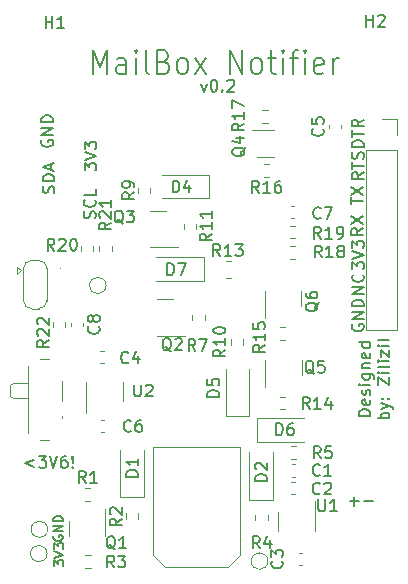
<source format=gbr>
%TF.GenerationSoftware,KiCad,Pcbnew,7.0.10-7.0.10~ubuntu22.04.1*%
%TF.CreationDate,2024-01-30T00:04:26+01:00*%
%TF.ProjectId,MailBox_LP_Notifier,4d61696c-426f-4785-9f4c-505f4e6f7469,rev?*%
%TF.SameCoordinates,Original*%
%TF.FileFunction,Legend,Top*%
%TF.FilePolarity,Positive*%
%FSLAX46Y46*%
G04 Gerber Fmt 4.6, Leading zero omitted, Abs format (unit mm)*
G04 Created by KiCad (PCBNEW 7.0.10-7.0.10~ubuntu22.04.1) date 2024-01-30 00:04:26*
%MOMM*%
%LPD*%
G01*
G04 APERTURE LIST*
%ADD10C,0.150000*%
%ADD11C,0.120000*%
G04 APERTURE END LIST*
D10*
X124181400Y-71396075D02*
X124229019Y-71253218D01*
X124229019Y-71253218D02*
X124229019Y-71015123D01*
X124229019Y-71015123D02*
X124181400Y-70919885D01*
X124181400Y-70919885D02*
X124133780Y-70872266D01*
X124133780Y-70872266D02*
X124038542Y-70824647D01*
X124038542Y-70824647D02*
X123943304Y-70824647D01*
X123943304Y-70824647D02*
X123848066Y-70872266D01*
X123848066Y-70872266D02*
X123800447Y-70919885D01*
X123800447Y-70919885D02*
X123752828Y-71015123D01*
X123752828Y-71015123D02*
X123705209Y-71205599D01*
X123705209Y-71205599D02*
X123657590Y-71300837D01*
X123657590Y-71300837D02*
X123609971Y-71348456D01*
X123609971Y-71348456D02*
X123514733Y-71396075D01*
X123514733Y-71396075D02*
X123419495Y-71396075D01*
X123419495Y-71396075D02*
X123324257Y-71348456D01*
X123324257Y-71348456D02*
X123276638Y-71300837D01*
X123276638Y-71300837D02*
X123229019Y-71205599D01*
X123229019Y-71205599D02*
X123229019Y-70967504D01*
X123229019Y-70967504D02*
X123276638Y-70824647D01*
X124133780Y-69824647D02*
X124181400Y-69872266D01*
X124181400Y-69872266D02*
X124229019Y-70015123D01*
X124229019Y-70015123D02*
X124229019Y-70110361D01*
X124229019Y-70110361D02*
X124181400Y-70253218D01*
X124181400Y-70253218D02*
X124086161Y-70348456D01*
X124086161Y-70348456D02*
X123990923Y-70396075D01*
X123990923Y-70396075D02*
X123800447Y-70443694D01*
X123800447Y-70443694D02*
X123657590Y-70443694D01*
X123657590Y-70443694D02*
X123467114Y-70396075D01*
X123467114Y-70396075D02*
X123371876Y-70348456D01*
X123371876Y-70348456D02*
X123276638Y-70253218D01*
X123276638Y-70253218D02*
X123229019Y-70110361D01*
X123229019Y-70110361D02*
X123229019Y-70015123D01*
X123229019Y-70015123D02*
X123276638Y-69872266D01*
X123276638Y-69872266D02*
X123324257Y-69824647D01*
X124229019Y-68919885D02*
X124229019Y-69396075D01*
X124229019Y-69396075D02*
X123229019Y-69396075D01*
X146936619Y-77798513D02*
X145936619Y-77798513D01*
X145936619Y-77798513D02*
X146936619Y-77227085D01*
X146936619Y-77227085D02*
X145936619Y-77227085D01*
X146841380Y-76179466D02*
X146889000Y-76227085D01*
X146889000Y-76227085D02*
X146936619Y-76369942D01*
X146936619Y-76369942D02*
X146936619Y-76465180D01*
X146936619Y-76465180D02*
X146889000Y-76608037D01*
X146889000Y-76608037D02*
X146793761Y-76703275D01*
X146793761Y-76703275D02*
X146698523Y-76750894D01*
X146698523Y-76750894D02*
X146508047Y-76798513D01*
X146508047Y-76798513D02*
X146365190Y-76798513D01*
X146365190Y-76798513D02*
X146174714Y-76750894D01*
X146174714Y-76750894D02*
X146079476Y-76703275D01*
X146079476Y-76703275D02*
X145984238Y-76608037D01*
X145984238Y-76608037D02*
X145936619Y-76465180D01*
X145936619Y-76465180D02*
X145936619Y-76369942D01*
X145936619Y-76369942D02*
X145984238Y-76227085D01*
X145984238Y-76227085D02*
X146031857Y-76179466D01*
X119669838Y-64795304D02*
X119622219Y-64890542D01*
X119622219Y-64890542D02*
X119622219Y-65033399D01*
X119622219Y-65033399D02*
X119669838Y-65176256D01*
X119669838Y-65176256D02*
X119765076Y-65271494D01*
X119765076Y-65271494D02*
X119860314Y-65319113D01*
X119860314Y-65319113D02*
X120050790Y-65366732D01*
X120050790Y-65366732D02*
X120193647Y-65366732D01*
X120193647Y-65366732D02*
X120384123Y-65319113D01*
X120384123Y-65319113D02*
X120479361Y-65271494D01*
X120479361Y-65271494D02*
X120574600Y-65176256D01*
X120574600Y-65176256D02*
X120622219Y-65033399D01*
X120622219Y-65033399D02*
X120622219Y-64938161D01*
X120622219Y-64938161D02*
X120574600Y-64795304D01*
X120574600Y-64795304D02*
X120526980Y-64747685D01*
X120526980Y-64747685D02*
X120193647Y-64747685D01*
X120193647Y-64747685D02*
X120193647Y-64938161D01*
X120622219Y-64319113D02*
X119622219Y-64319113D01*
X119622219Y-64319113D02*
X120622219Y-63747685D01*
X120622219Y-63747685D02*
X119622219Y-63747685D01*
X120622219Y-63271494D02*
X119622219Y-63271494D01*
X119622219Y-63271494D02*
X119622219Y-63033399D01*
X119622219Y-63033399D02*
X119669838Y-62890542D01*
X119669838Y-62890542D02*
X119765076Y-62795304D01*
X119765076Y-62795304D02*
X119860314Y-62747685D01*
X119860314Y-62747685D02*
X120050790Y-62700066D01*
X120050790Y-62700066D02*
X120193647Y-62700066D01*
X120193647Y-62700066D02*
X120384123Y-62747685D01*
X120384123Y-62747685D02*
X120479361Y-62795304D01*
X120479361Y-62795304D02*
X120574600Y-62890542D01*
X120574600Y-62890542D02*
X120622219Y-63033399D01*
X120622219Y-63033399D02*
X120622219Y-63271494D01*
X146911219Y-65379456D02*
X145911219Y-65379456D01*
X145911219Y-65379456D02*
X145911219Y-65141361D01*
X145911219Y-65141361D02*
X145958838Y-64998504D01*
X145958838Y-64998504D02*
X146054076Y-64903266D01*
X146054076Y-64903266D02*
X146149314Y-64855647D01*
X146149314Y-64855647D02*
X146339790Y-64808028D01*
X146339790Y-64808028D02*
X146482647Y-64808028D01*
X146482647Y-64808028D02*
X146673123Y-64855647D01*
X146673123Y-64855647D02*
X146768361Y-64903266D01*
X146768361Y-64903266D02*
X146863600Y-64998504D01*
X146863600Y-64998504D02*
X146911219Y-65141361D01*
X146911219Y-65141361D02*
X146911219Y-65379456D01*
X145911219Y-64522313D02*
X145911219Y-63950885D01*
X146911219Y-64236599D02*
X145911219Y-64236599D01*
X146911219Y-63046123D02*
X146435028Y-63379456D01*
X146911219Y-63617551D02*
X145911219Y-63617551D01*
X145911219Y-63617551D02*
X145911219Y-63236599D01*
X145911219Y-63236599D02*
X145958838Y-63141361D01*
X145958838Y-63141361D02*
X146006457Y-63093742D01*
X146006457Y-63093742D02*
X146101695Y-63046123D01*
X146101695Y-63046123D02*
X146244552Y-63046123D01*
X146244552Y-63046123D02*
X146339790Y-63093742D01*
X146339790Y-63093742D02*
X146387409Y-63141361D01*
X146387409Y-63141361D02*
X146435028Y-63236599D01*
X146435028Y-63236599D02*
X146435028Y-63617551D01*
X146911219Y-67527419D02*
X146435028Y-67860752D01*
X146911219Y-68098847D02*
X145911219Y-68098847D01*
X145911219Y-68098847D02*
X145911219Y-67717895D01*
X145911219Y-67717895D02*
X145958838Y-67622657D01*
X145958838Y-67622657D02*
X146006457Y-67575038D01*
X146006457Y-67575038D02*
X146101695Y-67527419D01*
X146101695Y-67527419D02*
X146244552Y-67527419D01*
X146244552Y-67527419D02*
X146339790Y-67575038D01*
X146339790Y-67575038D02*
X146387409Y-67622657D01*
X146387409Y-67622657D02*
X146435028Y-67717895D01*
X146435028Y-67717895D02*
X146435028Y-68098847D01*
X145911219Y-67241704D02*
X145911219Y-66670276D01*
X146911219Y-66955990D02*
X145911219Y-66955990D01*
X146863600Y-66384561D02*
X146911219Y-66241704D01*
X146911219Y-66241704D02*
X146911219Y-66003609D01*
X146911219Y-66003609D02*
X146863600Y-65908371D01*
X146863600Y-65908371D02*
X146815980Y-65860752D01*
X146815980Y-65860752D02*
X146720742Y-65813133D01*
X146720742Y-65813133D02*
X146625504Y-65813133D01*
X146625504Y-65813133D02*
X146530266Y-65860752D01*
X146530266Y-65860752D02*
X146482647Y-65908371D01*
X146482647Y-65908371D02*
X146435028Y-66003609D01*
X146435028Y-66003609D02*
X146387409Y-66194085D01*
X146387409Y-66194085D02*
X146339790Y-66289323D01*
X146339790Y-66289323D02*
X146292171Y-66336942D01*
X146292171Y-66336942D02*
X146196933Y-66384561D01*
X146196933Y-66384561D02*
X146101695Y-66384561D01*
X146101695Y-66384561D02*
X146006457Y-66336942D01*
X146006457Y-66336942D02*
X145958838Y-66289323D01*
X145958838Y-66289323D02*
X145911219Y-66194085D01*
X145911219Y-66194085D02*
X145911219Y-65955990D01*
X145911219Y-65955990D02*
X145958838Y-65813133D01*
X146860419Y-72251866D02*
X146384228Y-72585199D01*
X146860419Y-72823294D02*
X145860419Y-72823294D01*
X145860419Y-72823294D02*
X145860419Y-72442342D01*
X145860419Y-72442342D02*
X145908038Y-72347104D01*
X145908038Y-72347104D02*
X145955657Y-72299485D01*
X145955657Y-72299485D02*
X146050895Y-72251866D01*
X146050895Y-72251866D02*
X146193752Y-72251866D01*
X146193752Y-72251866D02*
X146288990Y-72299485D01*
X146288990Y-72299485D02*
X146336609Y-72347104D01*
X146336609Y-72347104D02*
X146384228Y-72442342D01*
X146384228Y-72442342D02*
X146384228Y-72823294D01*
X145860419Y-71918532D02*
X146860419Y-71251866D01*
X145860419Y-71251866D02*
X146860419Y-71918532D01*
X124028199Y-59185038D02*
X124028199Y-57185038D01*
X124028199Y-57185038D02*
X124620866Y-58613609D01*
X124620866Y-58613609D02*
X125213532Y-57185038D01*
X125213532Y-57185038D02*
X125213532Y-59185038D01*
X126822199Y-59185038D02*
X126822199Y-58137419D01*
X126822199Y-58137419D02*
X126737532Y-57946942D01*
X126737532Y-57946942D02*
X126568199Y-57851704D01*
X126568199Y-57851704D02*
X126229532Y-57851704D01*
X126229532Y-57851704D02*
X126060199Y-57946942D01*
X126822199Y-59089800D02*
X126652866Y-59185038D01*
X126652866Y-59185038D02*
X126229532Y-59185038D01*
X126229532Y-59185038D02*
X126060199Y-59089800D01*
X126060199Y-59089800D02*
X125975532Y-58899323D01*
X125975532Y-58899323D02*
X125975532Y-58708847D01*
X125975532Y-58708847D02*
X126060199Y-58518371D01*
X126060199Y-58518371D02*
X126229532Y-58423133D01*
X126229532Y-58423133D02*
X126652866Y-58423133D01*
X126652866Y-58423133D02*
X126822199Y-58327895D01*
X127668866Y-59185038D02*
X127668866Y-57851704D01*
X127668866Y-57185038D02*
X127584199Y-57280276D01*
X127584199Y-57280276D02*
X127668866Y-57375514D01*
X127668866Y-57375514D02*
X127753533Y-57280276D01*
X127753533Y-57280276D02*
X127668866Y-57185038D01*
X127668866Y-57185038D02*
X127668866Y-57375514D01*
X128769533Y-59185038D02*
X128600200Y-59089800D01*
X128600200Y-59089800D02*
X128515533Y-58899323D01*
X128515533Y-58899323D02*
X128515533Y-57185038D01*
X130039533Y-58137419D02*
X130293533Y-58232657D01*
X130293533Y-58232657D02*
X130378199Y-58327895D01*
X130378199Y-58327895D02*
X130462866Y-58518371D01*
X130462866Y-58518371D02*
X130462866Y-58804085D01*
X130462866Y-58804085D02*
X130378199Y-58994561D01*
X130378199Y-58994561D02*
X130293533Y-59089800D01*
X130293533Y-59089800D02*
X130124199Y-59185038D01*
X130124199Y-59185038D02*
X129446866Y-59185038D01*
X129446866Y-59185038D02*
X129446866Y-57185038D01*
X129446866Y-57185038D02*
X130039533Y-57185038D01*
X130039533Y-57185038D02*
X130208866Y-57280276D01*
X130208866Y-57280276D02*
X130293533Y-57375514D01*
X130293533Y-57375514D02*
X130378199Y-57565990D01*
X130378199Y-57565990D02*
X130378199Y-57756466D01*
X130378199Y-57756466D02*
X130293533Y-57946942D01*
X130293533Y-57946942D02*
X130208866Y-58042180D01*
X130208866Y-58042180D02*
X130039533Y-58137419D01*
X130039533Y-58137419D02*
X129446866Y-58137419D01*
X131478866Y-59185038D02*
X131309533Y-59089800D01*
X131309533Y-59089800D02*
X131224866Y-58994561D01*
X131224866Y-58994561D02*
X131140199Y-58804085D01*
X131140199Y-58804085D02*
X131140199Y-58232657D01*
X131140199Y-58232657D02*
X131224866Y-58042180D01*
X131224866Y-58042180D02*
X131309533Y-57946942D01*
X131309533Y-57946942D02*
X131478866Y-57851704D01*
X131478866Y-57851704D02*
X131732866Y-57851704D01*
X131732866Y-57851704D02*
X131902199Y-57946942D01*
X131902199Y-57946942D02*
X131986866Y-58042180D01*
X131986866Y-58042180D02*
X132071533Y-58232657D01*
X132071533Y-58232657D02*
X132071533Y-58804085D01*
X132071533Y-58804085D02*
X131986866Y-58994561D01*
X131986866Y-58994561D02*
X131902199Y-59089800D01*
X131902199Y-59089800D02*
X131732866Y-59185038D01*
X131732866Y-59185038D02*
X131478866Y-59185038D01*
X132664200Y-59185038D02*
X133595533Y-57851704D01*
X132664200Y-57851704D02*
X133595533Y-59185038D01*
X135627533Y-59185038D02*
X135627533Y-57185038D01*
X135627533Y-57185038D02*
X136643533Y-59185038D01*
X136643533Y-59185038D02*
X136643533Y-57185038D01*
X137744200Y-59185038D02*
X137574867Y-59089800D01*
X137574867Y-59089800D02*
X137490200Y-58994561D01*
X137490200Y-58994561D02*
X137405533Y-58804085D01*
X137405533Y-58804085D02*
X137405533Y-58232657D01*
X137405533Y-58232657D02*
X137490200Y-58042180D01*
X137490200Y-58042180D02*
X137574867Y-57946942D01*
X137574867Y-57946942D02*
X137744200Y-57851704D01*
X137744200Y-57851704D02*
X137998200Y-57851704D01*
X137998200Y-57851704D02*
X138167533Y-57946942D01*
X138167533Y-57946942D02*
X138252200Y-58042180D01*
X138252200Y-58042180D02*
X138336867Y-58232657D01*
X138336867Y-58232657D02*
X138336867Y-58804085D01*
X138336867Y-58804085D02*
X138252200Y-58994561D01*
X138252200Y-58994561D02*
X138167533Y-59089800D01*
X138167533Y-59089800D02*
X137998200Y-59185038D01*
X137998200Y-59185038D02*
X137744200Y-59185038D01*
X138844867Y-57851704D02*
X139522200Y-57851704D01*
X139098867Y-57185038D02*
X139098867Y-58899323D01*
X139098867Y-58899323D02*
X139183534Y-59089800D01*
X139183534Y-59089800D02*
X139352867Y-59185038D01*
X139352867Y-59185038D02*
X139522200Y-59185038D01*
X140114867Y-59185038D02*
X140114867Y-57851704D01*
X140114867Y-57185038D02*
X140030200Y-57280276D01*
X140030200Y-57280276D02*
X140114867Y-57375514D01*
X140114867Y-57375514D02*
X140199534Y-57280276D01*
X140199534Y-57280276D02*
X140114867Y-57185038D01*
X140114867Y-57185038D02*
X140114867Y-57375514D01*
X140707534Y-57851704D02*
X141384867Y-57851704D01*
X140961534Y-59185038D02*
X140961534Y-57470752D01*
X140961534Y-57470752D02*
X141046201Y-57280276D01*
X141046201Y-57280276D02*
X141215534Y-57185038D01*
X141215534Y-57185038D02*
X141384867Y-57185038D01*
X141977534Y-59185038D02*
X141977534Y-57851704D01*
X141977534Y-57185038D02*
X141892867Y-57280276D01*
X141892867Y-57280276D02*
X141977534Y-57375514D01*
X141977534Y-57375514D02*
X142062201Y-57280276D01*
X142062201Y-57280276D02*
X141977534Y-57185038D01*
X141977534Y-57185038D02*
X141977534Y-57375514D01*
X143501534Y-59089800D02*
X143332201Y-59185038D01*
X143332201Y-59185038D02*
X142993534Y-59185038D01*
X142993534Y-59185038D02*
X142824201Y-59089800D01*
X142824201Y-59089800D02*
X142739534Y-58899323D01*
X142739534Y-58899323D02*
X142739534Y-58137419D01*
X142739534Y-58137419D02*
X142824201Y-57946942D01*
X142824201Y-57946942D02*
X142993534Y-57851704D01*
X142993534Y-57851704D02*
X143332201Y-57851704D01*
X143332201Y-57851704D02*
X143501534Y-57946942D01*
X143501534Y-57946942D02*
X143586201Y-58137419D01*
X143586201Y-58137419D02*
X143586201Y-58327895D01*
X143586201Y-58327895D02*
X142739534Y-58518371D01*
X144348201Y-59185038D02*
X144348201Y-57851704D01*
X144348201Y-58232657D02*
X144432868Y-58042180D01*
X144432868Y-58042180D02*
X144517534Y-57946942D01*
X144517534Y-57946942D02*
X144686868Y-57851704D01*
X144686868Y-57851704D02*
X144856201Y-57851704D01*
X120676200Y-69260885D02*
X120723819Y-69118028D01*
X120723819Y-69118028D02*
X120723819Y-68879933D01*
X120723819Y-68879933D02*
X120676200Y-68784695D01*
X120676200Y-68784695D02*
X120628580Y-68737076D01*
X120628580Y-68737076D02*
X120533342Y-68689457D01*
X120533342Y-68689457D02*
X120438104Y-68689457D01*
X120438104Y-68689457D02*
X120342866Y-68737076D01*
X120342866Y-68737076D02*
X120295247Y-68784695D01*
X120295247Y-68784695D02*
X120247628Y-68879933D01*
X120247628Y-68879933D02*
X120200009Y-69070409D01*
X120200009Y-69070409D02*
X120152390Y-69165647D01*
X120152390Y-69165647D02*
X120104771Y-69213266D01*
X120104771Y-69213266D02*
X120009533Y-69260885D01*
X120009533Y-69260885D02*
X119914295Y-69260885D01*
X119914295Y-69260885D02*
X119819057Y-69213266D01*
X119819057Y-69213266D02*
X119771438Y-69165647D01*
X119771438Y-69165647D02*
X119723819Y-69070409D01*
X119723819Y-69070409D02*
X119723819Y-68832314D01*
X119723819Y-68832314D02*
X119771438Y-68689457D01*
X120723819Y-68260885D02*
X119723819Y-68260885D01*
X119723819Y-68260885D02*
X119723819Y-68022790D01*
X119723819Y-68022790D02*
X119771438Y-67879933D01*
X119771438Y-67879933D02*
X119866676Y-67784695D01*
X119866676Y-67784695D02*
X119961914Y-67737076D01*
X119961914Y-67737076D02*
X120152390Y-67689457D01*
X120152390Y-67689457D02*
X120295247Y-67689457D01*
X120295247Y-67689457D02*
X120485723Y-67737076D01*
X120485723Y-67737076D02*
X120580961Y-67784695D01*
X120580961Y-67784695D02*
X120676200Y-67879933D01*
X120676200Y-67879933D02*
X120723819Y-68022790D01*
X120723819Y-68022790D02*
X120723819Y-68260885D01*
X120438104Y-67308504D02*
X120438104Y-66832314D01*
X120723819Y-67403742D02*
X119723819Y-67070409D01*
X119723819Y-67070409D02*
X120723819Y-66737076D01*
X119030905Y-91863152D02*
X118269000Y-92148866D01*
X118269000Y-92148866D02*
X119030905Y-92434580D01*
X119411857Y-91529819D02*
X120030904Y-91529819D01*
X120030904Y-91529819D02*
X119697571Y-91910771D01*
X119697571Y-91910771D02*
X119840428Y-91910771D01*
X119840428Y-91910771D02*
X119935666Y-91958390D01*
X119935666Y-91958390D02*
X119983285Y-92006009D01*
X119983285Y-92006009D02*
X120030904Y-92101247D01*
X120030904Y-92101247D02*
X120030904Y-92339342D01*
X120030904Y-92339342D02*
X119983285Y-92434580D01*
X119983285Y-92434580D02*
X119935666Y-92482200D01*
X119935666Y-92482200D02*
X119840428Y-92529819D01*
X119840428Y-92529819D02*
X119554714Y-92529819D01*
X119554714Y-92529819D02*
X119459476Y-92482200D01*
X119459476Y-92482200D02*
X119411857Y-92434580D01*
X120316619Y-91529819D02*
X120649952Y-92529819D01*
X120649952Y-92529819D02*
X120983285Y-91529819D01*
X121745190Y-91529819D02*
X121554714Y-91529819D01*
X121554714Y-91529819D02*
X121459476Y-91577438D01*
X121459476Y-91577438D02*
X121411857Y-91625057D01*
X121411857Y-91625057D02*
X121316619Y-91767914D01*
X121316619Y-91767914D02*
X121269000Y-91958390D01*
X121269000Y-91958390D02*
X121269000Y-92339342D01*
X121269000Y-92339342D02*
X121316619Y-92434580D01*
X121316619Y-92434580D02*
X121364238Y-92482200D01*
X121364238Y-92482200D02*
X121459476Y-92529819D01*
X121459476Y-92529819D02*
X121649952Y-92529819D01*
X121649952Y-92529819D02*
X121745190Y-92482200D01*
X121745190Y-92482200D02*
X121792809Y-92434580D01*
X121792809Y-92434580D02*
X121840428Y-92339342D01*
X121840428Y-92339342D02*
X121840428Y-92101247D01*
X121840428Y-92101247D02*
X121792809Y-92006009D01*
X121792809Y-92006009D02*
X121745190Y-91958390D01*
X121745190Y-91958390D02*
X121649952Y-91910771D01*
X121649952Y-91910771D02*
X121459476Y-91910771D01*
X121459476Y-91910771D02*
X121364238Y-91958390D01*
X121364238Y-91958390D02*
X121316619Y-92006009D01*
X121316619Y-92006009D02*
X121269000Y-92101247D01*
X122269000Y-92434580D02*
X122316619Y-92482200D01*
X122316619Y-92482200D02*
X122269000Y-92529819D01*
X122269000Y-92529819D02*
X122221381Y-92482200D01*
X122221381Y-92482200D02*
X122269000Y-92434580D01*
X122269000Y-92434580D02*
X122269000Y-92529819D01*
X122269000Y-92148866D02*
X122221381Y-91577438D01*
X122221381Y-91577438D02*
X122269000Y-91529819D01*
X122269000Y-91529819D02*
X122316619Y-91577438D01*
X122316619Y-91577438D02*
X122269000Y-92148866D01*
X122269000Y-92148866D02*
X122269000Y-91529819D01*
X145835019Y-70205504D02*
X145835019Y-69634076D01*
X146835019Y-69919790D02*
X145835019Y-69919790D01*
X145835019Y-69395980D02*
X146835019Y-68729314D01*
X145835019Y-68729314D02*
X146835019Y-69395980D01*
X123279819Y-67354294D02*
X123279819Y-66735247D01*
X123279819Y-66735247D02*
X123660771Y-67068580D01*
X123660771Y-67068580D02*
X123660771Y-66925723D01*
X123660771Y-66925723D02*
X123708390Y-66830485D01*
X123708390Y-66830485D02*
X123756009Y-66782866D01*
X123756009Y-66782866D02*
X123851247Y-66735247D01*
X123851247Y-66735247D02*
X124089342Y-66735247D01*
X124089342Y-66735247D02*
X124184580Y-66782866D01*
X124184580Y-66782866D02*
X124232200Y-66830485D01*
X124232200Y-66830485D02*
X124279819Y-66925723D01*
X124279819Y-66925723D02*
X124279819Y-67211437D01*
X124279819Y-67211437D02*
X124232200Y-67306675D01*
X124232200Y-67306675D02*
X124184580Y-67354294D01*
X123279819Y-66449532D02*
X124279819Y-66116199D01*
X124279819Y-66116199D02*
X123279819Y-65782866D01*
X123279819Y-65544770D02*
X123279819Y-64925723D01*
X123279819Y-64925723D02*
X123660771Y-65259056D01*
X123660771Y-65259056D02*
X123660771Y-65116199D01*
X123660771Y-65116199D02*
X123708390Y-65020961D01*
X123708390Y-65020961D02*
X123756009Y-64973342D01*
X123756009Y-64973342D02*
X123851247Y-64925723D01*
X123851247Y-64925723D02*
X124089342Y-64925723D01*
X124089342Y-64925723D02*
X124184580Y-64973342D01*
X124184580Y-64973342D02*
X124232200Y-65020961D01*
X124232200Y-65020961D02*
X124279819Y-65116199D01*
X124279819Y-65116199D02*
X124279819Y-65401913D01*
X124279819Y-65401913D02*
X124232200Y-65497151D01*
X124232200Y-65497151D02*
X124184580Y-65544770D01*
X145936619Y-75736294D02*
X145936619Y-75117247D01*
X145936619Y-75117247D02*
X146317571Y-75450580D01*
X146317571Y-75450580D02*
X146317571Y-75307723D01*
X146317571Y-75307723D02*
X146365190Y-75212485D01*
X146365190Y-75212485D02*
X146412809Y-75164866D01*
X146412809Y-75164866D02*
X146508047Y-75117247D01*
X146508047Y-75117247D02*
X146746142Y-75117247D01*
X146746142Y-75117247D02*
X146841380Y-75164866D01*
X146841380Y-75164866D02*
X146889000Y-75212485D01*
X146889000Y-75212485D02*
X146936619Y-75307723D01*
X146936619Y-75307723D02*
X146936619Y-75593437D01*
X146936619Y-75593437D02*
X146889000Y-75688675D01*
X146889000Y-75688675D02*
X146841380Y-75736294D01*
X145936619Y-74831532D02*
X146936619Y-74498199D01*
X146936619Y-74498199D02*
X145936619Y-74164866D01*
X145936619Y-73926770D02*
X145936619Y-73307723D01*
X145936619Y-73307723D02*
X146317571Y-73641056D01*
X146317571Y-73641056D02*
X146317571Y-73498199D01*
X146317571Y-73498199D02*
X146365190Y-73402961D01*
X146365190Y-73402961D02*
X146412809Y-73355342D01*
X146412809Y-73355342D02*
X146508047Y-73307723D01*
X146508047Y-73307723D02*
X146746142Y-73307723D01*
X146746142Y-73307723D02*
X146841380Y-73355342D01*
X146841380Y-73355342D02*
X146889000Y-73402961D01*
X146889000Y-73402961D02*
X146936619Y-73498199D01*
X146936619Y-73498199D02*
X146936619Y-73783913D01*
X146936619Y-73783913D02*
X146889000Y-73879151D01*
X146889000Y-73879151D02*
X146841380Y-73926770D01*
X147477819Y-88158247D02*
X146477819Y-88158247D01*
X146477819Y-88158247D02*
X146477819Y-87920152D01*
X146477819Y-87920152D02*
X146525438Y-87777295D01*
X146525438Y-87777295D02*
X146620676Y-87682057D01*
X146620676Y-87682057D02*
X146715914Y-87634438D01*
X146715914Y-87634438D02*
X146906390Y-87586819D01*
X146906390Y-87586819D02*
X147049247Y-87586819D01*
X147049247Y-87586819D02*
X147239723Y-87634438D01*
X147239723Y-87634438D02*
X147334961Y-87682057D01*
X147334961Y-87682057D02*
X147430200Y-87777295D01*
X147430200Y-87777295D02*
X147477819Y-87920152D01*
X147477819Y-87920152D02*
X147477819Y-88158247D01*
X147430200Y-86777295D02*
X147477819Y-86872533D01*
X147477819Y-86872533D02*
X147477819Y-87063009D01*
X147477819Y-87063009D02*
X147430200Y-87158247D01*
X147430200Y-87158247D02*
X147334961Y-87205866D01*
X147334961Y-87205866D02*
X146954009Y-87205866D01*
X146954009Y-87205866D02*
X146858771Y-87158247D01*
X146858771Y-87158247D02*
X146811152Y-87063009D01*
X146811152Y-87063009D02*
X146811152Y-86872533D01*
X146811152Y-86872533D02*
X146858771Y-86777295D01*
X146858771Y-86777295D02*
X146954009Y-86729676D01*
X146954009Y-86729676D02*
X147049247Y-86729676D01*
X147049247Y-86729676D02*
X147144485Y-87205866D01*
X147430200Y-86348723D02*
X147477819Y-86253485D01*
X147477819Y-86253485D02*
X147477819Y-86063009D01*
X147477819Y-86063009D02*
X147430200Y-85967771D01*
X147430200Y-85967771D02*
X147334961Y-85920152D01*
X147334961Y-85920152D02*
X147287342Y-85920152D01*
X147287342Y-85920152D02*
X147192104Y-85967771D01*
X147192104Y-85967771D02*
X147144485Y-86063009D01*
X147144485Y-86063009D02*
X147144485Y-86205866D01*
X147144485Y-86205866D02*
X147096866Y-86301104D01*
X147096866Y-86301104D02*
X147001628Y-86348723D01*
X147001628Y-86348723D02*
X146954009Y-86348723D01*
X146954009Y-86348723D02*
X146858771Y-86301104D01*
X146858771Y-86301104D02*
X146811152Y-86205866D01*
X146811152Y-86205866D02*
X146811152Y-86063009D01*
X146811152Y-86063009D02*
X146858771Y-85967771D01*
X147477819Y-85491580D02*
X146811152Y-85491580D01*
X146477819Y-85491580D02*
X146525438Y-85539199D01*
X146525438Y-85539199D02*
X146573057Y-85491580D01*
X146573057Y-85491580D02*
X146525438Y-85443961D01*
X146525438Y-85443961D02*
X146477819Y-85491580D01*
X146477819Y-85491580D02*
X146573057Y-85491580D01*
X146811152Y-84586819D02*
X147620676Y-84586819D01*
X147620676Y-84586819D02*
X147715914Y-84634438D01*
X147715914Y-84634438D02*
X147763533Y-84682057D01*
X147763533Y-84682057D02*
X147811152Y-84777295D01*
X147811152Y-84777295D02*
X147811152Y-84920152D01*
X147811152Y-84920152D02*
X147763533Y-85015390D01*
X147430200Y-84586819D02*
X147477819Y-84682057D01*
X147477819Y-84682057D02*
X147477819Y-84872533D01*
X147477819Y-84872533D02*
X147430200Y-84967771D01*
X147430200Y-84967771D02*
X147382580Y-85015390D01*
X147382580Y-85015390D02*
X147287342Y-85063009D01*
X147287342Y-85063009D02*
X147001628Y-85063009D01*
X147001628Y-85063009D02*
X146906390Y-85015390D01*
X146906390Y-85015390D02*
X146858771Y-84967771D01*
X146858771Y-84967771D02*
X146811152Y-84872533D01*
X146811152Y-84872533D02*
X146811152Y-84682057D01*
X146811152Y-84682057D02*
X146858771Y-84586819D01*
X146811152Y-84110628D02*
X147477819Y-84110628D01*
X146906390Y-84110628D02*
X146858771Y-84063009D01*
X146858771Y-84063009D02*
X146811152Y-83967771D01*
X146811152Y-83967771D02*
X146811152Y-83824914D01*
X146811152Y-83824914D02*
X146858771Y-83729676D01*
X146858771Y-83729676D02*
X146954009Y-83682057D01*
X146954009Y-83682057D02*
X147477819Y-83682057D01*
X147430200Y-82824914D02*
X147477819Y-82920152D01*
X147477819Y-82920152D02*
X147477819Y-83110628D01*
X147477819Y-83110628D02*
X147430200Y-83205866D01*
X147430200Y-83205866D02*
X147334961Y-83253485D01*
X147334961Y-83253485D02*
X146954009Y-83253485D01*
X146954009Y-83253485D02*
X146858771Y-83205866D01*
X146858771Y-83205866D02*
X146811152Y-83110628D01*
X146811152Y-83110628D02*
X146811152Y-82920152D01*
X146811152Y-82920152D02*
X146858771Y-82824914D01*
X146858771Y-82824914D02*
X146954009Y-82777295D01*
X146954009Y-82777295D02*
X147049247Y-82777295D01*
X147049247Y-82777295D02*
X147144485Y-83253485D01*
X147477819Y-81920152D02*
X146477819Y-81920152D01*
X147430200Y-81920152D02*
X147477819Y-82015390D01*
X147477819Y-82015390D02*
X147477819Y-82205866D01*
X147477819Y-82205866D02*
X147430200Y-82301104D01*
X147430200Y-82301104D02*
X147382580Y-82348723D01*
X147382580Y-82348723D02*
X147287342Y-82396342D01*
X147287342Y-82396342D02*
X147001628Y-82396342D01*
X147001628Y-82396342D02*
X146906390Y-82348723D01*
X146906390Y-82348723D02*
X146858771Y-82301104D01*
X146858771Y-82301104D02*
X146811152Y-82205866D01*
X146811152Y-82205866D02*
X146811152Y-82015390D01*
X146811152Y-82015390D02*
X146858771Y-81920152D01*
X149087819Y-88348722D02*
X148087819Y-88348722D01*
X148468771Y-88348722D02*
X148421152Y-88253484D01*
X148421152Y-88253484D02*
X148421152Y-88063008D01*
X148421152Y-88063008D02*
X148468771Y-87967770D01*
X148468771Y-87967770D02*
X148516390Y-87920151D01*
X148516390Y-87920151D02*
X148611628Y-87872532D01*
X148611628Y-87872532D02*
X148897342Y-87872532D01*
X148897342Y-87872532D02*
X148992580Y-87920151D01*
X148992580Y-87920151D02*
X149040200Y-87967770D01*
X149040200Y-87967770D02*
X149087819Y-88063008D01*
X149087819Y-88063008D02*
X149087819Y-88253484D01*
X149087819Y-88253484D02*
X149040200Y-88348722D01*
X148421152Y-87539198D02*
X149087819Y-87301103D01*
X148421152Y-87063008D02*
X149087819Y-87301103D01*
X149087819Y-87301103D02*
X149325914Y-87396341D01*
X149325914Y-87396341D02*
X149373533Y-87443960D01*
X149373533Y-87443960D02*
X149421152Y-87539198D01*
X148992580Y-86682055D02*
X149040200Y-86634436D01*
X149040200Y-86634436D02*
X149087819Y-86682055D01*
X149087819Y-86682055D02*
X149040200Y-86729674D01*
X149040200Y-86729674D02*
X148992580Y-86682055D01*
X148992580Y-86682055D02*
X149087819Y-86682055D01*
X148468771Y-86682055D02*
X148516390Y-86634436D01*
X148516390Y-86634436D02*
X148564009Y-86682055D01*
X148564009Y-86682055D02*
X148516390Y-86729674D01*
X148516390Y-86729674D02*
X148468771Y-86682055D01*
X148468771Y-86682055D02*
X148564009Y-86682055D01*
X148087819Y-85539198D02*
X148087819Y-84872532D01*
X148087819Y-84872532D02*
X149087819Y-85539198D01*
X149087819Y-85539198D02*
X149087819Y-84872532D01*
X149087819Y-84491579D02*
X148421152Y-84491579D01*
X148087819Y-84491579D02*
X148135438Y-84539198D01*
X148135438Y-84539198D02*
X148183057Y-84491579D01*
X148183057Y-84491579D02*
X148135438Y-84443960D01*
X148135438Y-84443960D02*
X148087819Y-84491579D01*
X148087819Y-84491579D02*
X148183057Y-84491579D01*
X149087819Y-83872532D02*
X149040200Y-83967770D01*
X149040200Y-83967770D02*
X148944961Y-84015389D01*
X148944961Y-84015389D02*
X148087819Y-84015389D01*
X149087819Y-83491579D02*
X148421152Y-83491579D01*
X148087819Y-83491579D02*
X148135438Y-83539198D01*
X148135438Y-83539198D02*
X148183057Y-83491579D01*
X148183057Y-83491579D02*
X148135438Y-83443960D01*
X148135438Y-83443960D02*
X148087819Y-83491579D01*
X148087819Y-83491579D02*
X148183057Y-83491579D01*
X148421152Y-83110627D02*
X148421152Y-82586818D01*
X148421152Y-82586818D02*
X149087819Y-83110627D01*
X149087819Y-83110627D02*
X149087819Y-82586818D01*
X149087819Y-82205865D02*
X148421152Y-82205865D01*
X148087819Y-82205865D02*
X148135438Y-82253484D01*
X148135438Y-82253484D02*
X148183057Y-82205865D01*
X148183057Y-82205865D02*
X148135438Y-82158246D01*
X148135438Y-82158246D02*
X148087819Y-82205865D01*
X148087819Y-82205865D02*
X148183057Y-82205865D01*
X149087819Y-81729675D02*
X148087819Y-81729675D01*
X120694895Y-100863276D02*
X120694895Y-100368038D01*
X120694895Y-100368038D02*
X120999657Y-100634704D01*
X120999657Y-100634704D02*
X120999657Y-100520419D01*
X120999657Y-100520419D02*
X121037752Y-100444228D01*
X121037752Y-100444228D02*
X121075847Y-100406133D01*
X121075847Y-100406133D02*
X121152038Y-100368038D01*
X121152038Y-100368038D02*
X121342514Y-100368038D01*
X121342514Y-100368038D02*
X121418704Y-100406133D01*
X121418704Y-100406133D02*
X121456800Y-100444228D01*
X121456800Y-100444228D02*
X121494895Y-100520419D01*
X121494895Y-100520419D02*
X121494895Y-100748990D01*
X121494895Y-100748990D02*
X121456800Y-100825181D01*
X121456800Y-100825181D02*
X121418704Y-100863276D01*
X120694895Y-100139466D02*
X121494895Y-99872799D01*
X121494895Y-99872799D02*
X120694895Y-99606133D01*
X120694895Y-99415657D02*
X120694895Y-98920419D01*
X120694895Y-98920419D02*
X120999657Y-99187085D01*
X120999657Y-99187085D02*
X120999657Y-99072800D01*
X120999657Y-99072800D02*
X121037752Y-98996609D01*
X121037752Y-98996609D02*
X121075847Y-98958514D01*
X121075847Y-98958514D02*
X121152038Y-98920419D01*
X121152038Y-98920419D02*
X121342514Y-98920419D01*
X121342514Y-98920419D02*
X121418704Y-98958514D01*
X121418704Y-98958514D02*
X121456800Y-98996609D01*
X121456800Y-98996609D02*
X121494895Y-99072800D01*
X121494895Y-99072800D02*
X121494895Y-99301371D01*
X121494895Y-99301371D02*
X121456800Y-99377562D01*
X121456800Y-99377562D02*
X121418704Y-99415657D01*
X133140629Y-60011552D02*
X133378724Y-60678219D01*
X133378724Y-60678219D02*
X133616819Y-60011552D01*
X134188248Y-59678219D02*
X134283486Y-59678219D01*
X134283486Y-59678219D02*
X134378724Y-59725838D01*
X134378724Y-59725838D02*
X134426343Y-59773457D01*
X134426343Y-59773457D02*
X134473962Y-59868695D01*
X134473962Y-59868695D02*
X134521581Y-60059171D01*
X134521581Y-60059171D02*
X134521581Y-60297266D01*
X134521581Y-60297266D02*
X134473962Y-60487742D01*
X134473962Y-60487742D02*
X134426343Y-60582980D01*
X134426343Y-60582980D02*
X134378724Y-60630600D01*
X134378724Y-60630600D02*
X134283486Y-60678219D01*
X134283486Y-60678219D02*
X134188248Y-60678219D01*
X134188248Y-60678219D02*
X134093010Y-60630600D01*
X134093010Y-60630600D02*
X134045391Y-60582980D01*
X134045391Y-60582980D02*
X133997772Y-60487742D01*
X133997772Y-60487742D02*
X133950153Y-60297266D01*
X133950153Y-60297266D02*
X133950153Y-60059171D01*
X133950153Y-60059171D02*
X133997772Y-59868695D01*
X133997772Y-59868695D02*
X134045391Y-59773457D01*
X134045391Y-59773457D02*
X134093010Y-59725838D01*
X134093010Y-59725838D02*
X134188248Y-59678219D01*
X134950153Y-60582980D02*
X134997772Y-60630600D01*
X134997772Y-60630600D02*
X134950153Y-60678219D01*
X134950153Y-60678219D02*
X134902534Y-60630600D01*
X134902534Y-60630600D02*
X134950153Y-60582980D01*
X134950153Y-60582980D02*
X134950153Y-60678219D01*
X135378724Y-59773457D02*
X135426343Y-59725838D01*
X135426343Y-59725838D02*
X135521581Y-59678219D01*
X135521581Y-59678219D02*
X135759676Y-59678219D01*
X135759676Y-59678219D02*
X135854914Y-59725838D01*
X135854914Y-59725838D02*
X135902533Y-59773457D01*
X135902533Y-59773457D02*
X135950152Y-59868695D01*
X135950152Y-59868695D02*
X135950152Y-59963933D01*
X135950152Y-59963933D02*
X135902533Y-60106790D01*
X135902533Y-60106790D02*
X135331105Y-60678219D01*
X135331105Y-60678219D02*
X135950152Y-60678219D01*
X145958838Y-80390904D02*
X145911219Y-80486142D01*
X145911219Y-80486142D02*
X145911219Y-80628999D01*
X145911219Y-80628999D02*
X145958838Y-80771856D01*
X145958838Y-80771856D02*
X146054076Y-80867094D01*
X146054076Y-80867094D02*
X146149314Y-80914713D01*
X146149314Y-80914713D02*
X146339790Y-80962332D01*
X146339790Y-80962332D02*
X146482647Y-80962332D01*
X146482647Y-80962332D02*
X146673123Y-80914713D01*
X146673123Y-80914713D02*
X146768361Y-80867094D01*
X146768361Y-80867094D02*
X146863600Y-80771856D01*
X146863600Y-80771856D02*
X146911219Y-80628999D01*
X146911219Y-80628999D02*
X146911219Y-80533761D01*
X146911219Y-80533761D02*
X146863600Y-80390904D01*
X146863600Y-80390904D02*
X146815980Y-80343285D01*
X146815980Y-80343285D02*
X146482647Y-80343285D01*
X146482647Y-80343285D02*
X146482647Y-80533761D01*
X146911219Y-79914713D02*
X145911219Y-79914713D01*
X145911219Y-79914713D02*
X146911219Y-79343285D01*
X146911219Y-79343285D02*
X145911219Y-79343285D01*
X146911219Y-78867094D02*
X145911219Y-78867094D01*
X145911219Y-78867094D02*
X145911219Y-78628999D01*
X145911219Y-78628999D02*
X145958838Y-78486142D01*
X145958838Y-78486142D02*
X146054076Y-78390904D01*
X146054076Y-78390904D02*
X146149314Y-78343285D01*
X146149314Y-78343285D02*
X146339790Y-78295666D01*
X146339790Y-78295666D02*
X146482647Y-78295666D01*
X146482647Y-78295666D02*
X146673123Y-78343285D01*
X146673123Y-78343285D02*
X146768361Y-78390904D01*
X146768361Y-78390904D02*
X146863600Y-78486142D01*
X146863600Y-78486142D02*
X146911219Y-78628999D01*
X146911219Y-78628999D02*
X146911219Y-78867094D01*
X147735799Y-95349266D02*
X146973895Y-95349266D01*
X146497704Y-95349266D02*
X145735800Y-95349266D01*
X146116752Y-95730219D02*
X146116752Y-94968314D01*
X120682190Y-98272523D02*
X120644095Y-98348713D01*
X120644095Y-98348713D02*
X120644095Y-98462999D01*
X120644095Y-98462999D02*
X120682190Y-98577285D01*
X120682190Y-98577285D02*
X120758380Y-98653475D01*
X120758380Y-98653475D02*
X120834571Y-98691570D01*
X120834571Y-98691570D02*
X120986952Y-98729666D01*
X120986952Y-98729666D02*
X121101238Y-98729666D01*
X121101238Y-98729666D02*
X121253619Y-98691570D01*
X121253619Y-98691570D02*
X121329809Y-98653475D01*
X121329809Y-98653475D02*
X121406000Y-98577285D01*
X121406000Y-98577285D02*
X121444095Y-98462999D01*
X121444095Y-98462999D02*
X121444095Y-98386808D01*
X121444095Y-98386808D02*
X121406000Y-98272523D01*
X121406000Y-98272523D02*
X121367904Y-98234427D01*
X121367904Y-98234427D02*
X121101238Y-98234427D01*
X121101238Y-98234427D02*
X121101238Y-98386808D01*
X121444095Y-97891570D02*
X120644095Y-97891570D01*
X120644095Y-97891570D02*
X121444095Y-97434427D01*
X121444095Y-97434427D02*
X120644095Y-97434427D01*
X121444095Y-97053475D02*
X120644095Y-97053475D01*
X120644095Y-97053475D02*
X120644095Y-96862999D01*
X120644095Y-96862999D02*
X120682190Y-96748713D01*
X120682190Y-96748713D02*
X120758380Y-96672523D01*
X120758380Y-96672523D02*
X120834571Y-96634428D01*
X120834571Y-96634428D02*
X120986952Y-96596332D01*
X120986952Y-96596332D02*
X121101238Y-96596332D01*
X121101238Y-96596332D02*
X121253619Y-96634428D01*
X121253619Y-96634428D02*
X121329809Y-96672523D01*
X121329809Y-96672523D02*
X121406000Y-96748713D01*
X121406000Y-96748713D02*
X121444095Y-96862999D01*
X121444095Y-96862999D02*
X121444095Y-97053475D01*
X138732419Y-93625894D02*
X137732419Y-93625894D01*
X137732419Y-93625894D02*
X137732419Y-93387799D01*
X137732419Y-93387799D02*
X137780038Y-93244942D01*
X137780038Y-93244942D02*
X137875276Y-93149704D01*
X137875276Y-93149704D02*
X137970514Y-93102085D01*
X137970514Y-93102085D02*
X138160990Y-93054466D01*
X138160990Y-93054466D02*
X138303847Y-93054466D01*
X138303847Y-93054466D02*
X138494323Y-93102085D01*
X138494323Y-93102085D02*
X138589561Y-93149704D01*
X138589561Y-93149704D02*
X138684800Y-93244942D01*
X138684800Y-93244942D02*
X138732419Y-93387799D01*
X138732419Y-93387799D02*
X138732419Y-93625894D01*
X137827657Y-92673513D02*
X137780038Y-92625894D01*
X137780038Y-92625894D02*
X137732419Y-92530656D01*
X137732419Y-92530656D02*
X137732419Y-92292561D01*
X137732419Y-92292561D02*
X137780038Y-92197323D01*
X137780038Y-92197323D02*
X137827657Y-92149704D01*
X137827657Y-92149704D02*
X137922895Y-92102085D01*
X137922895Y-92102085D02*
X138018133Y-92102085D01*
X138018133Y-92102085D02*
X138160990Y-92149704D01*
X138160990Y-92149704D02*
X138732419Y-92721132D01*
X138732419Y-92721132D02*
X138732419Y-92102085D01*
X130732305Y-69212619D02*
X130732305Y-68212619D01*
X130732305Y-68212619D02*
X130970400Y-68212619D01*
X130970400Y-68212619D02*
X131113257Y-68260238D01*
X131113257Y-68260238D02*
X131208495Y-68355476D01*
X131208495Y-68355476D02*
X131256114Y-68450714D01*
X131256114Y-68450714D02*
X131303733Y-68641190D01*
X131303733Y-68641190D02*
X131303733Y-68784047D01*
X131303733Y-68784047D02*
X131256114Y-68974523D01*
X131256114Y-68974523D02*
X131208495Y-69069761D01*
X131208495Y-69069761D02*
X131113257Y-69165000D01*
X131113257Y-69165000D02*
X130970400Y-69212619D01*
X130970400Y-69212619D02*
X130732305Y-69212619D01*
X132160876Y-68545952D02*
X132160876Y-69212619D01*
X131922781Y-68165000D02*
X131684686Y-68879285D01*
X131684686Y-68879285D02*
X132303733Y-68879285D01*
X139495305Y-89761219D02*
X139495305Y-88761219D01*
X139495305Y-88761219D02*
X139733400Y-88761219D01*
X139733400Y-88761219D02*
X139876257Y-88808838D01*
X139876257Y-88808838D02*
X139971495Y-88904076D01*
X139971495Y-88904076D02*
X140019114Y-88999314D01*
X140019114Y-88999314D02*
X140066733Y-89189790D01*
X140066733Y-89189790D02*
X140066733Y-89332647D01*
X140066733Y-89332647D02*
X140019114Y-89523123D01*
X140019114Y-89523123D02*
X139971495Y-89618361D01*
X139971495Y-89618361D02*
X139876257Y-89713600D01*
X139876257Y-89713600D02*
X139733400Y-89761219D01*
X139733400Y-89761219D02*
X139495305Y-89761219D01*
X140923876Y-88761219D02*
X140733400Y-88761219D01*
X140733400Y-88761219D02*
X140638162Y-88808838D01*
X140638162Y-88808838D02*
X140590543Y-88856457D01*
X140590543Y-88856457D02*
X140495305Y-88999314D01*
X140495305Y-88999314D02*
X140447686Y-89189790D01*
X140447686Y-89189790D02*
X140447686Y-89570742D01*
X140447686Y-89570742D02*
X140495305Y-89665980D01*
X140495305Y-89665980D02*
X140542924Y-89713600D01*
X140542924Y-89713600D02*
X140638162Y-89761219D01*
X140638162Y-89761219D02*
X140828638Y-89761219D01*
X140828638Y-89761219D02*
X140923876Y-89713600D01*
X140923876Y-89713600D02*
X140971495Y-89665980D01*
X140971495Y-89665980D02*
X141019114Y-89570742D01*
X141019114Y-89570742D02*
X141019114Y-89332647D01*
X141019114Y-89332647D02*
X140971495Y-89237409D01*
X140971495Y-89237409D02*
X140923876Y-89189790D01*
X140923876Y-89189790D02*
X140828638Y-89142171D01*
X140828638Y-89142171D02*
X140638162Y-89142171D01*
X140638162Y-89142171D02*
X140542924Y-89189790D01*
X140542924Y-89189790D02*
X140495305Y-89237409D01*
X140495305Y-89237409D02*
X140447686Y-89332647D01*
X134675019Y-86513894D02*
X133675019Y-86513894D01*
X133675019Y-86513894D02*
X133675019Y-86275799D01*
X133675019Y-86275799D02*
X133722638Y-86132942D01*
X133722638Y-86132942D02*
X133817876Y-86037704D01*
X133817876Y-86037704D02*
X133913114Y-85990085D01*
X133913114Y-85990085D02*
X134103590Y-85942466D01*
X134103590Y-85942466D02*
X134246447Y-85942466D01*
X134246447Y-85942466D02*
X134436923Y-85990085D01*
X134436923Y-85990085D02*
X134532161Y-86037704D01*
X134532161Y-86037704D02*
X134627400Y-86132942D01*
X134627400Y-86132942D02*
X134675019Y-86275799D01*
X134675019Y-86275799D02*
X134675019Y-86513894D01*
X133675019Y-85037704D02*
X133675019Y-85513894D01*
X133675019Y-85513894D02*
X134151209Y-85561513D01*
X134151209Y-85561513D02*
X134103590Y-85513894D01*
X134103590Y-85513894D02*
X134055971Y-85418656D01*
X134055971Y-85418656D02*
X134055971Y-85180561D01*
X134055971Y-85180561D02*
X134103590Y-85085323D01*
X134103590Y-85085323D02*
X134151209Y-85037704D01*
X134151209Y-85037704D02*
X134246447Y-84990085D01*
X134246447Y-84990085D02*
X134484542Y-84990085D01*
X134484542Y-84990085D02*
X134579780Y-85037704D01*
X134579780Y-85037704D02*
X134627400Y-85085323D01*
X134627400Y-85085323D02*
X134675019Y-85180561D01*
X134675019Y-85180561D02*
X134675019Y-85418656D01*
X134675019Y-85418656D02*
X134627400Y-85513894D01*
X134627400Y-85513894D02*
X134579780Y-85561513D01*
X130300505Y-76223019D02*
X130300505Y-75223019D01*
X130300505Y-75223019D02*
X130538600Y-75223019D01*
X130538600Y-75223019D02*
X130681457Y-75270638D01*
X130681457Y-75270638D02*
X130776695Y-75365876D01*
X130776695Y-75365876D02*
X130824314Y-75461114D01*
X130824314Y-75461114D02*
X130871933Y-75651590D01*
X130871933Y-75651590D02*
X130871933Y-75794447D01*
X130871933Y-75794447D02*
X130824314Y-75984923D01*
X130824314Y-75984923D02*
X130776695Y-76080161D01*
X130776695Y-76080161D02*
X130681457Y-76175400D01*
X130681457Y-76175400D02*
X130538600Y-76223019D01*
X130538600Y-76223019D02*
X130300505Y-76223019D01*
X131205267Y-75223019D02*
X131871933Y-75223019D01*
X131871933Y-75223019D02*
X131443362Y-76223019D01*
X127810419Y-93270294D02*
X126810419Y-93270294D01*
X126810419Y-93270294D02*
X126810419Y-93032199D01*
X126810419Y-93032199D02*
X126858038Y-92889342D01*
X126858038Y-92889342D02*
X126953276Y-92794104D01*
X126953276Y-92794104D02*
X127048514Y-92746485D01*
X127048514Y-92746485D02*
X127238990Y-92698866D01*
X127238990Y-92698866D02*
X127381847Y-92698866D01*
X127381847Y-92698866D02*
X127572323Y-92746485D01*
X127572323Y-92746485D02*
X127667561Y-92794104D01*
X127667561Y-92794104D02*
X127762800Y-92889342D01*
X127762800Y-92889342D02*
X127810419Y-93032199D01*
X127810419Y-93032199D02*
X127810419Y-93270294D01*
X127810419Y-91746485D02*
X127810419Y-92317913D01*
X127810419Y-92032199D02*
X126810419Y-92032199D01*
X126810419Y-92032199D02*
X126953276Y-92127437D01*
X126953276Y-92127437D02*
X127048514Y-92222675D01*
X127048514Y-92222675D02*
X127096133Y-92317913D01*
X136776619Y-63380857D02*
X136300428Y-63714190D01*
X136776619Y-63952285D02*
X135776619Y-63952285D01*
X135776619Y-63952285D02*
X135776619Y-63571333D01*
X135776619Y-63571333D02*
X135824238Y-63476095D01*
X135824238Y-63476095D02*
X135871857Y-63428476D01*
X135871857Y-63428476D02*
X135967095Y-63380857D01*
X135967095Y-63380857D02*
X136109952Y-63380857D01*
X136109952Y-63380857D02*
X136205190Y-63428476D01*
X136205190Y-63428476D02*
X136252809Y-63476095D01*
X136252809Y-63476095D02*
X136300428Y-63571333D01*
X136300428Y-63571333D02*
X136300428Y-63952285D01*
X136776619Y-62428476D02*
X136776619Y-62999904D01*
X136776619Y-62714190D02*
X135776619Y-62714190D01*
X135776619Y-62714190D02*
X135919476Y-62809428D01*
X135919476Y-62809428D02*
X136014714Y-62904666D01*
X136014714Y-62904666D02*
X136062333Y-62999904D01*
X135776619Y-62095142D02*
X135776619Y-61428476D01*
X135776619Y-61428476D02*
X136776619Y-61857047D01*
X127480219Y-69203866D02*
X127004028Y-69537199D01*
X127480219Y-69775294D02*
X126480219Y-69775294D01*
X126480219Y-69775294D02*
X126480219Y-69394342D01*
X126480219Y-69394342D02*
X126527838Y-69299104D01*
X126527838Y-69299104D02*
X126575457Y-69251485D01*
X126575457Y-69251485D02*
X126670695Y-69203866D01*
X126670695Y-69203866D02*
X126813552Y-69203866D01*
X126813552Y-69203866D02*
X126908790Y-69251485D01*
X126908790Y-69251485D02*
X126956409Y-69299104D01*
X126956409Y-69299104D02*
X127004028Y-69394342D01*
X127004028Y-69394342D02*
X127004028Y-69775294D01*
X127480219Y-68727675D02*
X127480219Y-68537199D01*
X127480219Y-68537199D02*
X127432600Y-68441961D01*
X127432600Y-68441961D02*
X127384980Y-68394342D01*
X127384980Y-68394342D02*
X127242123Y-68299104D01*
X127242123Y-68299104D02*
X127051647Y-68251485D01*
X127051647Y-68251485D02*
X126670695Y-68251485D01*
X126670695Y-68251485D02*
X126575457Y-68299104D01*
X126575457Y-68299104D02*
X126527838Y-68346723D01*
X126527838Y-68346723D02*
X126480219Y-68441961D01*
X126480219Y-68441961D02*
X126480219Y-68632437D01*
X126480219Y-68632437D02*
X126527838Y-68727675D01*
X126527838Y-68727675D02*
X126575457Y-68775294D01*
X126575457Y-68775294D02*
X126670695Y-68822913D01*
X126670695Y-68822913D02*
X126908790Y-68822913D01*
X126908790Y-68822913D02*
X127004028Y-68775294D01*
X127004028Y-68775294D02*
X127051647Y-68727675D01*
X127051647Y-68727675D02*
X127099266Y-68632437D01*
X127099266Y-68632437D02*
X127099266Y-68441961D01*
X127099266Y-68441961D02*
X127051647Y-68346723D01*
X127051647Y-68346723D02*
X127004028Y-68299104D01*
X127004028Y-68299104D02*
X126908790Y-68251485D01*
X136897257Y-65398638D02*
X136849638Y-65493876D01*
X136849638Y-65493876D02*
X136754400Y-65589114D01*
X136754400Y-65589114D02*
X136611542Y-65731971D01*
X136611542Y-65731971D02*
X136563923Y-65827209D01*
X136563923Y-65827209D02*
X136563923Y-65922447D01*
X136802019Y-65874828D02*
X136754400Y-65970066D01*
X136754400Y-65970066D02*
X136659161Y-66065304D01*
X136659161Y-66065304D02*
X136468685Y-66112923D01*
X136468685Y-66112923D02*
X136135352Y-66112923D01*
X136135352Y-66112923D02*
X135944876Y-66065304D01*
X135944876Y-66065304D02*
X135849638Y-65970066D01*
X135849638Y-65970066D02*
X135802019Y-65874828D01*
X135802019Y-65874828D02*
X135802019Y-65684352D01*
X135802019Y-65684352D02*
X135849638Y-65589114D01*
X135849638Y-65589114D02*
X135944876Y-65493876D01*
X135944876Y-65493876D02*
X136135352Y-65446257D01*
X136135352Y-65446257D02*
X136468685Y-65446257D01*
X136468685Y-65446257D02*
X136659161Y-65493876D01*
X136659161Y-65493876D02*
X136754400Y-65589114D01*
X136754400Y-65589114D02*
X136802019Y-65684352D01*
X136802019Y-65684352D02*
X136802019Y-65874828D01*
X136135352Y-64589114D02*
X136802019Y-64589114D01*
X135754400Y-64827209D02*
X136468685Y-65065304D01*
X136468685Y-65065304D02*
X136468685Y-64446257D01*
X143203933Y-93120380D02*
X143156314Y-93168000D01*
X143156314Y-93168000D02*
X143013457Y-93215619D01*
X143013457Y-93215619D02*
X142918219Y-93215619D01*
X142918219Y-93215619D02*
X142775362Y-93168000D01*
X142775362Y-93168000D02*
X142680124Y-93072761D01*
X142680124Y-93072761D02*
X142632505Y-92977523D01*
X142632505Y-92977523D02*
X142584886Y-92787047D01*
X142584886Y-92787047D02*
X142584886Y-92644190D01*
X142584886Y-92644190D02*
X142632505Y-92453714D01*
X142632505Y-92453714D02*
X142680124Y-92358476D01*
X142680124Y-92358476D02*
X142775362Y-92263238D01*
X142775362Y-92263238D02*
X142918219Y-92215619D01*
X142918219Y-92215619D02*
X143013457Y-92215619D01*
X143013457Y-92215619D02*
X143156314Y-92263238D01*
X143156314Y-92263238D02*
X143203933Y-92310857D01*
X144156314Y-93215619D02*
X143584886Y-93215619D01*
X143870600Y-93215619D02*
X143870600Y-92215619D01*
X143870600Y-92215619D02*
X143775362Y-92358476D01*
X143775362Y-92358476D02*
X143680124Y-92453714D01*
X143680124Y-92453714D02*
X143584886Y-92501333D01*
X124471580Y-80557666D02*
X124519200Y-80605285D01*
X124519200Y-80605285D02*
X124566819Y-80748142D01*
X124566819Y-80748142D02*
X124566819Y-80843380D01*
X124566819Y-80843380D02*
X124519200Y-80986237D01*
X124519200Y-80986237D02*
X124423961Y-81081475D01*
X124423961Y-81081475D02*
X124328723Y-81129094D01*
X124328723Y-81129094D02*
X124138247Y-81176713D01*
X124138247Y-81176713D02*
X123995390Y-81176713D01*
X123995390Y-81176713D02*
X123804914Y-81129094D01*
X123804914Y-81129094D02*
X123709676Y-81081475D01*
X123709676Y-81081475D02*
X123614438Y-80986237D01*
X123614438Y-80986237D02*
X123566819Y-80843380D01*
X123566819Y-80843380D02*
X123566819Y-80748142D01*
X123566819Y-80748142D02*
X123614438Y-80605285D01*
X123614438Y-80605285D02*
X123662057Y-80557666D01*
X123995390Y-79986237D02*
X123947771Y-80081475D01*
X123947771Y-80081475D02*
X123900152Y-80129094D01*
X123900152Y-80129094D02*
X123804914Y-80176713D01*
X123804914Y-80176713D02*
X123757295Y-80176713D01*
X123757295Y-80176713D02*
X123662057Y-80129094D01*
X123662057Y-80129094D02*
X123614438Y-80081475D01*
X123614438Y-80081475D02*
X123566819Y-79986237D01*
X123566819Y-79986237D02*
X123566819Y-79795761D01*
X123566819Y-79795761D02*
X123614438Y-79700523D01*
X123614438Y-79700523D02*
X123662057Y-79652904D01*
X123662057Y-79652904D02*
X123757295Y-79605285D01*
X123757295Y-79605285D02*
X123804914Y-79605285D01*
X123804914Y-79605285D02*
X123900152Y-79652904D01*
X123900152Y-79652904D02*
X123947771Y-79700523D01*
X123947771Y-79700523D02*
X123995390Y-79795761D01*
X123995390Y-79795761D02*
X123995390Y-79986237D01*
X123995390Y-79986237D02*
X124043009Y-80081475D01*
X124043009Y-80081475D02*
X124090628Y-80129094D01*
X124090628Y-80129094D02*
X124185866Y-80176713D01*
X124185866Y-80176713D02*
X124376342Y-80176713D01*
X124376342Y-80176713D02*
X124471580Y-80129094D01*
X124471580Y-80129094D02*
X124519200Y-80081475D01*
X124519200Y-80081475D02*
X124566819Y-79986237D01*
X124566819Y-79986237D02*
X124566819Y-79795761D01*
X124566819Y-79795761D02*
X124519200Y-79700523D01*
X124519200Y-79700523D02*
X124471580Y-79652904D01*
X124471580Y-79652904D02*
X124376342Y-79605285D01*
X124376342Y-79605285D02*
X124185866Y-79605285D01*
X124185866Y-79605285D02*
X124090628Y-79652904D01*
X124090628Y-79652904D02*
X124043009Y-79700523D01*
X124043009Y-79700523D02*
X123995390Y-79795761D01*
X143298942Y-73124219D02*
X142965609Y-72648028D01*
X142727514Y-73124219D02*
X142727514Y-72124219D01*
X142727514Y-72124219D02*
X143108466Y-72124219D01*
X143108466Y-72124219D02*
X143203704Y-72171838D01*
X143203704Y-72171838D02*
X143251323Y-72219457D01*
X143251323Y-72219457D02*
X143298942Y-72314695D01*
X143298942Y-72314695D02*
X143298942Y-72457552D01*
X143298942Y-72457552D02*
X143251323Y-72552790D01*
X143251323Y-72552790D02*
X143203704Y-72600409D01*
X143203704Y-72600409D02*
X143108466Y-72648028D01*
X143108466Y-72648028D02*
X142727514Y-72648028D01*
X144251323Y-73124219D02*
X143679895Y-73124219D01*
X143965609Y-73124219D02*
X143965609Y-72124219D01*
X143965609Y-72124219D02*
X143870371Y-72267076D01*
X143870371Y-72267076D02*
X143775133Y-72362314D01*
X143775133Y-72362314D02*
X143679895Y-72409933D01*
X144727514Y-73124219D02*
X144917990Y-73124219D01*
X144917990Y-73124219D02*
X145013228Y-73076600D01*
X145013228Y-73076600D02*
X145060847Y-73028980D01*
X145060847Y-73028980D02*
X145156085Y-72886123D01*
X145156085Y-72886123D02*
X145203704Y-72695647D01*
X145203704Y-72695647D02*
X145203704Y-72314695D01*
X145203704Y-72314695D02*
X145156085Y-72219457D01*
X145156085Y-72219457D02*
X145108466Y-72171838D01*
X145108466Y-72171838D02*
X145013228Y-72124219D01*
X145013228Y-72124219D02*
X144822752Y-72124219D01*
X144822752Y-72124219D02*
X144727514Y-72171838D01*
X144727514Y-72171838D02*
X144679895Y-72219457D01*
X144679895Y-72219457D02*
X144632276Y-72314695D01*
X144632276Y-72314695D02*
X144632276Y-72552790D01*
X144632276Y-72552790D02*
X144679895Y-72648028D01*
X144679895Y-72648028D02*
X144727514Y-72695647D01*
X144727514Y-72695647D02*
X144822752Y-72743266D01*
X144822752Y-72743266D02*
X145013228Y-72743266D01*
X145013228Y-72743266D02*
X145108466Y-72695647D01*
X145108466Y-72695647D02*
X145156085Y-72648028D01*
X145156085Y-72648028D02*
X145203704Y-72552790D01*
X125888761Y-99432257D02*
X125793523Y-99384638D01*
X125793523Y-99384638D02*
X125698285Y-99289400D01*
X125698285Y-99289400D02*
X125555428Y-99146542D01*
X125555428Y-99146542D02*
X125460190Y-99098923D01*
X125460190Y-99098923D02*
X125364952Y-99098923D01*
X125412571Y-99337019D02*
X125317333Y-99289400D01*
X125317333Y-99289400D02*
X125222095Y-99194161D01*
X125222095Y-99194161D02*
X125174476Y-99003685D01*
X125174476Y-99003685D02*
X125174476Y-98670352D01*
X125174476Y-98670352D02*
X125222095Y-98479876D01*
X125222095Y-98479876D02*
X125317333Y-98384638D01*
X125317333Y-98384638D02*
X125412571Y-98337019D01*
X125412571Y-98337019D02*
X125603047Y-98337019D01*
X125603047Y-98337019D02*
X125698285Y-98384638D01*
X125698285Y-98384638D02*
X125793523Y-98479876D01*
X125793523Y-98479876D02*
X125841142Y-98670352D01*
X125841142Y-98670352D02*
X125841142Y-99003685D01*
X125841142Y-99003685D02*
X125793523Y-99194161D01*
X125793523Y-99194161D02*
X125698285Y-99289400D01*
X125698285Y-99289400D02*
X125603047Y-99337019D01*
X125603047Y-99337019D02*
X125412571Y-99337019D01*
X126793523Y-99337019D02*
X126222095Y-99337019D01*
X126507809Y-99337019D02*
X126507809Y-98337019D01*
X126507809Y-98337019D02*
X126412571Y-98479876D01*
X126412571Y-98479876D02*
X126317333Y-98575114D01*
X126317333Y-98575114D02*
X126222095Y-98622733D01*
X143279333Y-91717019D02*
X142946000Y-91240828D01*
X142707905Y-91717019D02*
X142707905Y-90717019D01*
X142707905Y-90717019D02*
X143088857Y-90717019D01*
X143088857Y-90717019D02*
X143184095Y-90764638D01*
X143184095Y-90764638D02*
X143231714Y-90812257D01*
X143231714Y-90812257D02*
X143279333Y-90907495D01*
X143279333Y-90907495D02*
X143279333Y-91050352D01*
X143279333Y-91050352D02*
X143231714Y-91145590D01*
X143231714Y-91145590D02*
X143184095Y-91193209D01*
X143184095Y-91193209D02*
X143088857Y-91240828D01*
X143088857Y-91240828D02*
X142707905Y-91240828D01*
X144184095Y-90717019D02*
X143707905Y-90717019D01*
X143707905Y-90717019D02*
X143660286Y-91193209D01*
X143660286Y-91193209D02*
X143707905Y-91145590D01*
X143707905Y-91145590D02*
X143803143Y-91097971D01*
X143803143Y-91097971D02*
X144041238Y-91097971D01*
X144041238Y-91097971D02*
X144136476Y-91145590D01*
X144136476Y-91145590D02*
X144184095Y-91193209D01*
X144184095Y-91193209D02*
X144231714Y-91288447D01*
X144231714Y-91288447D02*
X144231714Y-91526542D01*
X144231714Y-91526542D02*
X144184095Y-91621780D01*
X144184095Y-91621780D02*
X144136476Y-91669400D01*
X144136476Y-91669400D02*
X144041238Y-91717019D01*
X144041238Y-91717019D02*
X143803143Y-91717019D01*
X143803143Y-91717019D02*
X143707905Y-91669400D01*
X143707905Y-91669400D02*
X143660286Y-91621780D01*
X120718342Y-74140219D02*
X120385009Y-73664028D01*
X120146914Y-74140219D02*
X120146914Y-73140219D01*
X120146914Y-73140219D02*
X120527866Y-73140219D01*
X120527866Y-73140219D02*
X120623104Y-73187838D01*
X120623104Y-73187838D02*
X120670723Y-73235457D01*
X120670723Y-73235457D02*
X120718342Y-73330695D01*
X120718342Y-73330695D02*
X120718342Y-73473552D01*
X120718342Y-73473552D02*
X120670723Y-73568790D01*
X120670723Y-73568790D02*
X120623104Y-73616409D01*
X120623104Y-73616409D02*
X120527866Y-73664028D01*
X120527866Y-73664028D02*
X120146914Y-73664028D01*
X121099295Y-73235457D02*
X121146914Y-73187838D01*
X121146914Y-73187838D02*
X121242152Y-73140219D01*
X121242152Y-73140219D02*
X121480247Y-73140219D01*
X121480247Y-73140219D02*
X121575485Y-73187838D01*
X121575485Y-73187838D02*
X121623104Y-73235457D01*
X121623104Y-73235457D02*
X121670723Y-73330695D01*
X121670723Y-73330695D02*
X121670723Y-73425933D01*
X121670723Y-73425933D02*
X121623104Y-73568790D01*
X121623104Y-73568790D02*
X121051676Y-74140219D01*
X121051676Y-74140219D02*
X121670723Y-74140219D01*
X122289771Y-73140219D02*
X122385009Y-73140219D01*
X122385009Y-73140219D02*
X122480247Y-73187838D01*
X122480247Y-73187838D02*
X122527866Y-73235457D01*
X122527866Y-73235457D02*
X122575485Y-73330695D01*
X122575485Y-73330695D02*
X122623104Y-73521171D01*
X122623104Y-73521171D02*
X122623104Y-73759266D01*
X122623104Y-73759266D02*
X122575485Y-73949742D01*
X122575485Y-73949742D02*
X122527866Y-74044980D01*
X122527866Y-74044980D02*
X122480247Y-74092600D01*
X122480247Y-74092600D02*
X122385009Y-74140219D01*
X122385009Y-74140219D02*
X122289771Y-74140219D01*
X122289771Y-74140219D02*
X122194533Y-74092600D01*
X122194533Y-74092600D02*
X122146914Y-74044980D01*
X122146914Y-74044980D02*
X122099295Y-73949742D01*
X122099295Y-73949742D02*
X122051676Y-73759266D01*
X122051676Y-73759266D02*
X122051676Y-73521171D01*
X122051676Y-73521171D02*
X122099295Y-73330695D01*
X122099295Y-73330695D02*
X122146914Y-73235457D01*
X122146914Y-73235457D02*
X122194533Y-73187838D01*
X122194533Y-73187838D02*
X122289771Y-73140219D01*
X134033419Y-72702657D02*
X133557228Y-73035990D01*
X134033419Y-73274085D02*
X133033419Y-73274085D01*
X133033419Y-73274085D02*
X133033419Y-72893133D01*
X133033419Y-72893133D02*
X133081038Y-72797895D01*
X133081038Y-72797895D02*
X133128657Y-72750276D01*
X133128657Y-72750276D02*
X133223895Y-72702657D01*
X133223895Y-72702657D02*
X133366752Y-72702657D01*
X133366752Y-72702657D02*
X133461990Y-72750276D01*
X133461990Y-72750276D02*
X133509609Y-72797895D01*
X133509609Y-72797895D02*
X133557228Y-72893133D01*
X133557228Y-72893133D02*
X133557228Y-73274085D01*
X134033419Y-71750276D02*
X134033419Y-72321704D01*
X134033419Y-72035990D02*
X133033419Y-72035990D01*
X133033419Y-72035990D02*
X133176276Y-72131228D01*
X133176276Y-72131228D02*
X133271514Y-72226466D01*
X133271514Y-72226466D02*
X133319133Y-72321704D01*
X134033419Y-70797895D02*
X134033419Y-71369323D01*
X134033419Y-71083609D02*
X133033419Y-71083609D01*
X133033419Y-71083609D02*
X133176276Y-71178847D01*
X133176276Y-71178847D02*
X133271514Y-71274085D01*
X133271514Y-71274085D02*
X133319133Y-71369323D01*
X138041142Y-69245619D02*
X137707809Y-68769428D01*
X137469714Y-69245619D02*
X137469714Y-68245619D01*
X137469714Y-68245619D02*
X137850666Y-68245619D01*
X137850666Y-68245619D02*
X137945904Y-68293238D01*
X137945904Y-68293238D02*
X137993523Y-68340857D01*
X137993523Y-68340857D02*
X138041142Y-68436095D01*
X138041142Y-68436095D02*
X138041142Y-68578952D01*
X138041142Y-68578952D02*
X137993523Y-68674190D01*
X137993523Y-68674190D02*
X137945904Y-68721809D01*
X137945904Y-68721809D02*
X137850666Y-68769428D01*
X137850666Y-68769428D02*
X137469714Y-68769428D01*
X138993523Y-69245619D02*
X138422095Y-69245619D01*
X138707809Y-69245619D02*
X138707809Y-68245619D01*
X138707809Y-68245619D02*
X138612571Y-68388476D01*
X138612571Y-68388476D02*
X138517333Y-68483714D01*
X138517333Y-68483714D02*
X138422095Y-68531333D01*
X139850666Y-68245619D02*
X139660190Y-68245619D01*
X139660190Y-68245619D02*
X139564952Y-68293238D01*
X139564952Y-68293238D02*
X139517333Y-68340857D01*
X139517333Y-68340857D02*
X139422095Y-68483714D01*
X139422095Y-68483714D02*
X139374476Y-68674190D01*
X139374476Y-68674190D02*
X139374476Y-69055142D01*
X139374476Y-69055142D02*
X139422095Y-69150380D01*
X139422095Y-69150380D02*
X139469714Y-69198000D01*
X139469714Y-69198000D02*
X139564952Y-69245619D01*
X139564952Y-69245619D02*
X139755428Y-69245619D01*
X139755428Y-69245619D02*
X139850666Y-69198000D01*
X139850666Y-69198000D02*
X139898285Y-69150380D01*
X139898285Y-69150380D02*
X139945904Y-69055142D01*
X139945904Y-69055142D02*
X139945904Y-68817047D01*
X139945904Y-68817047D02*
X139898285Y-68721809D01*
X139898285Y-68721809D02*
X139850666Y-68674190D01*
X139850666Y-68674190D02*
X139755428Y-68626571D01*
X139755428Y-68626571D02*
X139564952Y-68626571D01*
X139564952Y-68626571D02*
X139469714Y-68674190D01*
X139469714Y-68674190D02*
X139422095Y-68721809D01*
X139422095Y-68721809D02*
X139374476Y-68817047D01*
X127470295Y-85484619D02*
X127470295Y-86294142D01*
X127470295Y-86294142D02*
X127517914Y-86389380D01*
X127517914Y-86389380D02*
X127565533Y-86437000D01*
X127565533Y-86437000D02*
X127660771Y-86484619D01*
X127660771Y-86484619D02*
X127851247Y-86484619D01*
X127851247Y-86484619D02*
X127946485Y-86437000D01*
X127946485Y-86437000D02*
X127994104Y-86389380D01*
X127994104Y-86389380D02*
X128041723Y-86294142D01*
X128041723Y-86294142D02*
X128041723Y-85484619D01*
X128470295Y-85579857D02*
X128517914Y-85532238D01*
X128517914Y-85532238D02*
X128613152Y-85484619D01*
X128613152Y-85484619D02*
X128851247Y-85484619D01*
X128851247Y-85484619D02*
X128946485Y-85532238D01*
X128946485Y-85532238D02*
X128994104Y-85579857D01*
X128994104Y-85579857D02*
X129041723Y-85675095D01*
X129041723Y-85675095D02*
X129041723Y-85770333D01*
X129041723Y-85770333D02*
X128994104Y-85913190D01*
X128994104Y-85913190D02*
X128422676Y-86484619D01*
X128422676Y-86484619D02*
X129041723Y-86484619D01*
X134764542Y-74597419D02*
X134431209Y-74121228D01*
X134193114Y-74597419D02*
X134193114Y-73597419D01*
X134193114Y-73597419D02*
X134574066Y-73597419D01*
X134574066Y-73597419D02*
X134669304Y-73645038D01*
X134669304Y-73645038D02*
X134716923Y-73692657D01*
X134716923Y-73692657D02*
X134764542Y-73787895D01*
X134764542Y-73787895D02*
X134764542Y-73930752D01*
X134764542Y-73930752D02*
X134716923Y-74025990D01*
X134716923Y-74025990D02*
X134669304Y-74073609D01*
X134669304Y-74073609D02*
X134574066Y-74121228D01*
X134574066Y-74121228D02*
X134193114Y-74121228D01*
X135716923Y-74597419D02*
X135145495Y-74597419D01*
X135431209Y-74597419D02*
X135431209Y-73597419D01*
X135431209Y-73597419D02*
X135335971Y-73740276D01*
X135335971Y-73740276D02*
X135240733Y-73835514D01*
X135240733Y-73835514D02*
X135145495Y-73883133D01*
X136050257Y-73597419D02*
X136669304Y-73597419D01*
X136669304Y-73597419D02*
X136335971Y-73978371D01*
X136335971Y-73978371D02*
X136478828Y-73978371D01*
X136478828Y-73978371D02*
X136574066Y-74025990D01*
X136574066Y-74025990D02*
X136621685Y-74073609D01*
X136621685Y-74073609D02*
X136669304Y-74168847D01*
X136669304Y-74168847D02*
X136669304Y-74406942D01*
X136669304Y-74406942D02*
X136621685Y-74502180D01*
X136621685Y-74502180D02*
X136574066Y-74549800D01*
X136574066Y-74549800D02*
X136478828Y-74597419D01*
X136478828Y-74597419D02*
X136193114Y-74597419D01*
X136193114Y-74597419D02*
X136097876Y-74549800D01*
X136097876Y-74549800D02*
X136050257Y-74502180D01*
X125524419Y-71762857D02*
X125048228Y-72096190D01*
X125524419Y-72334285D02*
X124524419Y-72334285D01*
X124524419Y-72334285D02*
X124524419Y-71953333D01*
X124524419Y-71953333D02*
X124572038Y-71858095D01*
X124572038Y-71858095D02*
X124619657Y-71810476D01*
X124619657Y-71810476D02*
X124714895Y-71762857D01*
X124714895Y-71762857D02*
X124857752Y-71762857D01*
X124857752Y-71762857D02*
X124952990Y-71810476D01*
X124952990Y-71810476D02*
X125000609Y-71858095D01*
X125000609Y-71858095D02*
X125048228Y-71953333D01*
X125048228Y-71953333D02*
X125048228Y-72334285D01*
X124619657Y-71381904D02*
X124572038Y-71334285D01*
X124572038Y-71334285D02*
X124524419Y-71239047D01*
X124524419Y-71239047D02*
X124524419Y-71000952D01*
X124524419Y-71000952D02*
X124572038Y-70905714D01*
X124572038Y-70905714D02*
X124619657Y-70858095D01*
X124619657Y-70858095D02*
X124714895Y-70810476D01*
X124714895Y-70810476D02*
X124810133Y-70810476D01*
X124810133Y-70810476D02*
X124952990Y-70858095D01*
X124952990Y-70858095D02*
X125524419Y-71429523D01*
X125524419Y-71429523D02*
X125524419Y-70810476D01*
X125524419Y-69858095D02*
X125524419Y-70429523D01*
X125524419Y-70143809D02*
X124524419Y-70143809D01*
X124524419Y-70143809D02*
X124667276Y-70239047D01*
X124667276Y-70239047D02*
X124762514Y-70334285D01*
X124762514Y-70334285D02*
X124810133Y-70429523D01*
X138110933Y-99337019D02*
X137777600Y-98860828D01*
X137539505Y-99337019D02*
X137539505Y-98337019D01*
X137539505Y-98337019D02*
X137920457Y-98337019D01*
X137920457Y-98337019D02*
X138015695Y-98384638D01*
X138015695Y-98384638D02*
X138063314Y-98432257D01*
X138063314Y-98432257D02*
X138110933Y-98527495D01*
X138110933Y-98527495D02*
X138110933Y-98670352D01*
X138110933Y-98670352D02*
X138063314Y-98765590D01*
X138063314Y-98765590D02*
X138015695Y-98813209D01*
X138015695Y-98813209D02*
X137920457Y-98860828D01*
X137920457Y-98860828D02*
X137539505Y-98860828D01*
X138968076Y-98670352D02*
X138968076Y-99337019D01*
X138729981Y-98289400D02*
X138491886Y-99003685D01*
X138491886Y-99003685D02*
X139110933Y-99003685D01*
X126985733Y-83595380D02*
X126938114Y-83643000D01*
X126938114Y-83643000D02*
X126795257Y-83690619D01*
X126795257Y-83690619D02*
X126700019Y-83690619D01*
X126700019Y-83690619D02*
X126557162Y-83643000D01*
X126557162Y-83643000D02*
X126461924Y-83547761D01*
X126461924Y-83547761D02*
X126414305Y-83452523D01*
X126414305Y-83452523D02*
X126366686Y-83262047D01*
X126366686Y-83262047D02*
X126366686Y-83119190D01*
X126366686Y-83119190D02*
X126414305Y-82928714D01*
X126414305Y-82928714D02*
X126461924Y-82833476D01*
X126461924Y-82833476D02*
X126557162Y-82738238D01*
X126557162Y-82738238D02*
X126700019Y-82690619D01*
X126700019Y-82690619D02*
X126795257Y-82690619D01*
X126795257Y-82690619D02*
X126938114Y-82738238D01*
X126938114Y-82738238D02*
X126985733Y-82785857D01*
X127842876Y-83023952D02*
X127842876Y-83690619D01*
X127604781Y-82643000D02*
X127366686Y-83357285D01*
X127366686Y-83357285D02*
X127985733Y-83357285D01*
X142703561Y-84573257D02*
X142608323Y-84525638D01*
X142608323Y-84525638D02*
X142513085Y-84430400D01*
X142513085Y-84430400D02*
X142370228Y-84287542D01*
X142370228Y-84287542D02*
X142274990Y-84239923D01*
X142274990Y-84239923D02*
X142179752Y-84239923D01*
X142227371Y-84478019D02*
X142132133Y-84430400D01*
X142132133Y-84430400D02*
X142036895Y-84335161D01*
X142036895Y-84335161D02*
X141989276Y-84144685D01*
X141989276Y-84144685D02*
X141989276Y-83811352D01*
X141989276Y-83811352D02*
X142036895Y-83620876D01*
X142036895Y-83620876D02*
X142132133Y-83525638D01*
X142132133Y-83525638D02*
X142227371Y-83478019D01*
X142227371Y-83478019D02*
X142417847Y-83478019D01*
X142417847Y-83478019D02*
X142513085Y-83525638D01*
X142513085Y-83525638D02*
X142608323Y-83620876D01*
X142608323Y-83620876D02*
X142655942Y-83811352D01*
X142655942Y-83811352D02*
X142655942Y-84144685D01*
X142655942Y-84144685D02*
X142608323Y-84335161D01*
X142608323Y-84335161D02*
X142513085Y-84430400D01*
X142513085Y-84430400D02*
X142417847Y-84478019D01*
X142417847Y-84478019D02*
X142227371Y-84478019D01*
X143560704Y-83478019D02*
X143084514Y-83478019D01*
X143084514Y-83478019D02*
X143036895Y-83954209D01*
X143036895Y-83954209D02*
X143084514Y-83906590D01*
X143084514Y-83906590D02*
X143179752Y-83858971D01*
X143179752Y-83858971D02*
X143417847Y-83858971D01*
X143417847Y-83858971D02*
X143513085Y-83906590D01*
X143513085Y-83906590D02*
X143560704Y-83954209D01*
X143560704Y-83954209D02*
X143608323Y-84049447D01*
X143608323Y-84049447D02*
X143608323Y-84287542D01*
X143608323Y-84287542D02*
X143560704Y-84382780D01*
X143560704Y-84382780D02*
X143513085Y-84430400D01*
X143513085Y-84430400D02*
X143417847Y-84478019D01*
X143417847Y-84478019D02*
X143179752Y-84478019D01*
X143179752Y-84478019D02*
X143084514Y-84430400D01*
X143084514Y-84430400D02*
X143036895Y-84382780D01*
X143349742Y-74724419D02*
X143016409Y-74248228D01*
X142778314Y-74724419D02*
X142778314Y-73724419D01*
X142778314Y-73724419D02*
X143159266Y-73724419D01*
X143159266Y-73724419D02*
X143254504Y-73772038D01*
X143254504Y-73772038D02*
X143302123Y-73819657D01*
X143302123Y-73819657D02*
X143349742Y-73914895D01*
X143349742Y-73914895D02*
X143349742Y-74057752D01*
X143349742Y-74057752D02*
X143302123Y-74152990D01*
X143302123Y-74152990D02*
X143254504Y-74200609D01*
X143254504Y-74200609D02*
X143159266Y-74248228D01*
X143159266Y-74248228D02*
X142778314Y-74248228D01*
X144302123Y-74724419D02*
X143730695Y-74724419D01*
X144016409Y-74724419D02*
X144016409Y-73724419D01*
X144016409Y-73724419D02*
X143921171Y-73867276D01*
X143921171Y-73867276D02*
X143825933Y-73962514D01*
X143825933Y-73962514D02*
X143730695Y-74010133D01*
X144873552Y-74152990D02*
X144778314Y-74105371D01*
X144778314Y-74105371D02*
X144730695Y-74057752D01*
X144730695Y-74057752D02*
X144683076Y-73962514D01*
X144683076Y-73962514D02*
X144683076Y-73914895D01*
X144683076Y-73914895D02*
X144730695Y-73819657D01*
X144730695Y-73819657D02*
X144778314Y-73772038D01*
X144778314Y-73772038D02*
X144873552Y-73724419D01*
X144873552Y-73724419D02*
X145064028Y-73724419D01*
X145064028Y-73724419D02*
X145159266Y-73772038D01*
X145159266Y-73772038D02*
X145206885Y-73819657D01*
X145206885Y-73819657D02*
X145254504Y-73914895D01*
X145254504Y-73914895D02*
X145254504Y-73962514D01*
X145254504Y-73962514D02*
X145206885Y-74057752D01*
X145206885Y-74057752D02*
X145159266Y-74105371D01*
X145159266Y-74105371D02*
X145064028Y-74152990D01*
X145064028Y-74152990D02*
X144873552Y-74152990D01*
X144873552Y-74152990D02*
X144778314Y-74200609D01*
X144778314Y-74200609D02*
X144730695Y-74248228D01*
X144730695Y-74248228D02*
X144683076Y-74343466D01*
X144683076Y-74343466D02*
X144683076Y-74533942D01*
X144683076Y-74533942D02*
X144730695Y-74629180D01*
X144730695Y-74629180D02*
X144778314Y-74676800D01*
X144778314Y-74676800D02*
X144873552Y-74724419D01*
X144873552Y-74724419D02*
X145064028Y-74724419D01*
X145064028Y-74724419D02*
X145159266Y-74676800D01*
X145159266Y-74676800D02*
X145206885Y-74629180D01*
X145206885Y-74629180D02*
X145254504Y-74533942D01*
X145254504Y-74533942D02*
X145254504Y-74343466D01*
X145254504Y-74343466D02*
X145206885Y-74248228D01*
X145206885Y-74248228D02*
X145159266Y-74200609D01*
X145159266Y-74200609D02*
X145064028Y-74152990D01*
X143267133Y-71352580D02*
X143219514Y-71400200D01*
X143219514Y-71400200D02*
X143076657Y-71447819D01*
X143076657Y-71447819D02*
X142981419Y-71447819D01*
X142981419Y-71447819D02*
X142838562Y-71400200D01*
X142838562Y-71400200D02*
X142743324Y-71304961D01*
X142743324Y-71304961D02*
X142695705Y-71209723D01*
X142695705Y-71209723D02*
X142648086Y-71019247D01*
X142648086Y-71019247D02*
X142648086Y-70876390D01*
X142648086Y-70876390D02*
X142695705Y-70685914D01*
X142695705Y-70685914D02*
X142743324Y-70590676D01*
X142743324Y-70590676D02*
X142838562Y-70495438D01*
X142838562Y-70495438D02*
X142981419Y-70447819D01*
X142981419Y-70447819D02*
X143076657Y-70447819D01*
X143076657Y-70447819D02*
X143219514Y-70495438D01*
X143219514Y-70495438D02*
X143267133Y-70543057D01*
X143600467Y-70447819D02*
X144267133Y-70447819D01*
X144267133Y-70447819D02*
X143838562Y-71447819D01*
X139983380Y-100420466D02*
X140031000Y-100468085D01*
X140031000Y-100468085D02*
X140078619Y-100610942D01*
X140078619Y-100610942D02*
X140078619Y-100706180D01*
X140078619Y-100706180D02*
X140031000Y-100849037D01*
X140031000Y-100849037D02*
X139935761Y-100944275D01*
X139935761Y-100944275D02*
X139840523Y-100991894D01*
X139840523Y-100991894D02*
X139650047Y-101039513D01*
X139650047Y-101039513D02*
X139507190Y-101039513D01*
X139507190Y-101039513D02*
X139316714Y-100991894D01*
X139316714Y-100991894D02*
X139221476Y-100944275D01*
X139221476Y-100944275D02*
X139126238Y-100849037D01*
X139126238Y-100849037D02*
X139078619Y-100706180D01*
X139078619Y-100706180D02*
X139078619Y-100610942D01*
X139078619Y-100610942D02*
X139126238Y-100468085D01*
X139126238Y-100468085D02*
X139173857Y-100420466D01*
X139078619Y-100087132D02*
X139078619Y-99468085D01*
X139078619Y-99468085D02*
X139459571Y-99801418D01*
X139459571Y-99801418D02*
X139459571Y-99658561D01*
X139459571Y-99658561D02*
X139507190Y-99563323D01*
X139507190Y-99563323D02*
X139554809Y-99515704D01*
X139554809Y-99515704D02*
X139650047Y-99468085D01*
X139650047Y-99468085D02*
X139888142Y-99468085D01*
X139888142Y-99468085D02*
X139983380Y-99515704D01*
X139983380Y-99515704D02*
X140031000Y-99563323D01*
X140031000Y-99563323D02*
X140078619Y-99658561D01*
X140078619Y-99658561D02*
X140078619Y-99944275D01*
X140078619Y-99944275D02*
X140031000Y-100039513D01*
X140031000Y-100039513D02*
X139983380Y-100087132D01*
X127214333Y-89386580D02*
X127166714Y-89434200D01*
X127166714Y-89434200D02*
X127023857Y-89481819D01*
X127023857Y-89481819D02*
X126928619Y-89481819D01*
X126928619Y-89481819D02*
X126785762Y-89434200D01*
X126785762Y-89434200D02*
X126690524Y-89338961D01*
X126690524Y-89338961D02*
X126642905Y-89243723D01*
X126642905Y-89243723D02*
X126595286Y-89053247D01*
X126595286Y-89053247D02*
X126595286Y-88910390D01*
X126595286Y-88910390D02*
X126642905Y-88719914D01*
X126642905Y-88719914D02*
X126690524Y-88624676D01*
X126690524Y-88624676D02*
X126785762Y-88529438D01*
X126785762Y-88529438D02*
X126928619Y-88481819D01*
X126928619Y-88481819D02*
X127023857Y-88481819D01*
X127023857Y-88481819D02*
X127166714Y-88529438D01*
X127166714Y-88529438D02*
X127214333Y-88577057D01*
X128071476Y-88481819D02*
X127881000Y-88481819D01*
X127881000Y-88481819D02*
X127785762Y-88529438D01*
X127785762Y-88529438D02*
X127738143Y-88577057D01*
X127738143Y-88577057D02*
X127642905Y-88719914D01*
X127642905Y-88719914D02*
X127595286Y-88910390D01*
X127595286Y-88910390D02*
X127595286Y-89291342D01*
X127595286Y-89291342D02*
X127642905Y-89386580D01*
X127642905Y-89386580D02*
X127690524Y-89434200D01*
X127690524Y-89434200D02*
X127785762Y-89481819D01*
X127785762Y-89481819D02*
X127976238Y-89481819D01*
X127976238Y-89481819D02*
X128071476Y-89434200D01*
X128071476Y-89434200D02*
X128119095Y-89386580D01*
X128119095Y-89386580D02*
X128166714Y-89291342D01*
X128166714Y-89291342D02*
X128166714Y-89053247D01*
X128166714Y-89053247D02*
X128119095Y-88958009D01*
X128119095Y-88958009D02*
X128071476Y-88910390D01*
X128071476Y-88910390D02*
X127976238Y-88862771D01*
X127976238Y-88862771D02*
X127785762Y-88862771D01*
X127785762Y-88862771D02*
X127690524Y-88910390D01*
X127690524Y-88910390D02*
X127642905Y-88958009D01*
X127642905Y-88958009D02*
X127595286Y-89053247D01*
X132675333Y-82649219D02*
X132342000Y-82173028D01*
X132103905Y-82649219D02*
X132103905Y-81649219D01*
X132103905Y-81649219D02*
X132484857Y-81649219D01*
X132484857Y-81649219D02*
X132580095Y-81696838D01*
X132580095Y-81696838D02*
X132627714Y-81744457D01*
X132627714Y-81744457D02*
X132675333Y-81839695D01*
X132675333Y-81839695D02*
X132675333Y-81982552D01*
X132675333Y-81982552D02*
X132627714Y-82077790D01*
X132627714Y-82077790D02*
X132580095Y-82125409D01*
X132580095Y-82125409D02*
X132484857Y-82173028D01*
X132484857Y-82173028D02*
X132103905Y-82173028D01*
X133008667Y-81649219D02*
X133675333Y-81649219D01*
X133675333Y-81649219D02*
X133246762Y-82649219D01*
X120266619Y-81719657D02*
X119790428Y-82052990D01*
X120266619Y-82291085D02*
X119266619Y-82291085D01*
X119266619Y-82291085D02*
X119266619Y-81910133D01*
X119266619Y-81910133D02*
X119314238Y-81814895D01*
X119314238Y-81814895D02*
X119361857Y-81767276D01*
X119361857Y-81767276D02*
X119457095Y-81719657D01*
X119457095Y-81719657D02*
X119599952Y-81719657D01*
X119599952Y-81719657D02*
X119695190Y-81767276D01*
X119695190Y-81767276D02*
X119742809Y-81814895D01*
X119742809Y-81814895D02*
X119790428Y-81910133D01*
X119790428Y-81910133D02*
X119790428Y-82291085D01*
X119361857Y-81338704D02*
X119314238Y-81291085D01*
X119314238Y-81291085D02*
X119266619Y-81195847D01*
X119266619Y-81195847D02*
X119266619Y-80957752D01*
X119266619Y-80957752D02*
X119314238Y-80862514D01*
X119314238Y-80862514D02*
X119361857Y-80814895D01*
X119361857Y-80814895D02*
X119457095Y-80767276D01*
X119457095Y-80767276D02*
X119552333Y-80767276D01*
X119552333Y-80767276D02*
X119695190Y-80814895D01*
X119695190Y-80814895D02*
X120266619Y-81386323D01*
X120266619Y-81386323D02*
X120266619Y-80767276D01*
X119361857Y-80386323D02*
X119314238Y-80338704D01*
X119314238Y-80338704D02*
X119266619Y-80243466D01*
X119266619Y-80243466D02*
X119266619Y-80005371D01*
X119266619Y-80005371D02*
X119314238Y-79910133D01*
X119314238Y-79910133D02*
X119361857Y-79862514D01*
X119361857Y-79862514D02*
X119457095Y-79814895D01*
X119457095Y-79814895D02*
X119552333Y-79814895D01*
X119552333Y-79814895D02*
X119695190Y-79862514D01*
X119695190Y-79862514D02*
X120266619Y-80433942D01*
X120266619Y-80433942D02*
X120266619Y-79814895D01*
X143216333Y-94695180D02*
X143168714Y-94742800D01*
X143168714Y-94742800D02*
X143025857Y-94790419D01*
X143025857Y-94790419D02*
X142930619Y-94790419D01*
X142930619Y-94790419D02*
X142787762Y-94742800D01*
X142787762Y-94742800D02*
X142692524Y-94647561D01*
X142692524Y-94647561D02*
X142644905Y-94552323D01*
X142644905Y-94552323D02*
X142597286Y-94361847D01*
X142597286Y-94361847D02*
X142597286Y-94218990D01*
X142597286Y-94218990D02*
X142644905Y-94028514D01*
X142644905Y-94028514D02*
X142692524Y-93933276D01*
X142692524Y-93933276D02*
X142787762Y-93838038D01*
X142787762Y-93838038D02*
X142930619Y-93790419D01*
X142930619Y-93790419D02*
X143025857Y-93790419D01*
X143025857Y-93790419D02*
X143168714Y-93838038D01*
X143168714Y-93838038D02*
X143216333Y-93885657D01*
X143597286Y-93885657D02*
X143644905Y-93838038D01*
X143644905Y-93838038D02*
X143740143Y-93790419D01*
X143740143Y-93790419D02*
X143978238Y-93790419D01*
X143978238Y-93790419D02*
X144073476Y-93838038D01*
X144073476Y-93838038D02*
X144121095Y-93885657D01*
X144121095Y-93885657D02*
X144168714Y-93980895D01*
X144168714Y-93980895D02*
X144168714Y-94076133D01*
X144168714Y-94076133D02*
X144121095Y-94218990D01*
X144121095Y-94218990D02*
X143549667Y-94790419D01*
X143549667Y-94790419D02*
X144168714Y-94790419D01*
X125791933Y-100962619D02*
X125458600Y-100486428D01*
X125220505Y-100962619D02*
X125220505Y-99962619D01*
X125220505Y-99962619D02*
X125601457Y-99962619D01*
X125601457Y-99962619D02*
X125696695Y-100010238D01*
X125696695Y-100010238D02*
X125744314Y-100057857D01*
X125744314Y-100057857D02*
X125791933Y-100153095D01*
X125791933Y-100153095D02*
X125791933Y-100295952D01*
X125791933Y-100295952D02*
X125744314Y-100391190D01*
X125744314Y-100391190D02*
X125696695Y-100438809D01*
X125696695Y-100438809D02*
X125601457Y-100486428D01*
X125601457Y-100486428D02*
X125220505Y-100486428D01*
X126125267Y-99962619D02*
X126744314Y-99962619D01*
X126744314Y-99962619D02*
X126410981Y-100343571D01*
X126410981Y-100343571D02*
X126553838Y-100343571D01*
X126553838Y-100343571D02*
X126649076Y-100391190D01*
X126649076Y-100391190D02*
X126696695Y-100438809D01*
X126696695Y-100438809D02*
X126744314Y-100534047D01*
X126744314Y-100534047D02*
X126744314Y-100772142D01*
X126744314Y-100772142D02*
X126696695Y-100867380D01*
X126696695Y-100867380D02*
X126649076Y-100915000D01*
X126649076Y-100915000D02*
X126553838Y-100962619D01*
X126553838Y-100962619D02*
X126268124Y-100962619D01*
X126268124Y-100962619D02*
X126172886Y-100915000D01*
X126172886Y-100915000D02*
X126125267Y-100867380D01*
X126413419Y-96839066D02*
X125937228Y-97172399D01*
X126413419Y-97410494D02*
X125413419Y-97410494D01*
X125413419Y-97410494D02*
X125413419Y-97029542D01*
X125413419Y-97029542D02*
X125461038Y-96934304D01*
X125461038Y-96934304D02*
X125508657Y-96886685D01*
X125508657Y-96886685D02*
X125603895Y-96839066D01*
X125603895Y-96839066D02*
X125746752Y-96839066D01*
X125746752Y-96839066D02*
X125841990Y-96886685D01*
X125841990Y-96886685D02*
X125889609Y-96934304D01*
X125889609Y-96934304D02*
X125937228Y-97029542D01*
X125937228Y-97029542D02*
X125937228Y-97410494D01*
X125508657Y-96458113D02*
X125461038Y-96410494D01*
X125461038Y-96410494D02*
X125413419Y-96315256D01*
X125413419Y-96315256D02*
X125413419Y-96077161D01*
X125413419Y-96077161D02*
X125461038Y-95981923D01*
X125461038Y-95981923D02*
X125508657Y-95934304D01*
X125508657Y-95934304D02*
X125603895Y-95886685D01*
X125603895Y-95886685D02*
X125699133Y-95886685D01*
X125699133Y-95886685D02*
X125841990Y-95934304D01*
X125841990Y-95934304D02*
X126413419Y-96505732D01*
X126413419Y-96505732D02*
X126413419Y-95886685D01*
X138554619Y-82126057D02*
X138078428Y-82459390D01*
X138554619Y-82697485D02*
X137554619Y-82697485D01*
X137554619Y-82697485D02*
X137554619Y-82316533D01*
X137554619Y-82316533D02*
X137602238Y-82221295D01*
X137602238Y-82221295D02*
X137649857Y-82173676D01*
X137649857Y-82173676D02*
X137745095Y-82126057D01*
X137745095Y-82126057D02*
X137887952Y-82126057D01*
X137887952Y-82126057D02*
X137983190Y-82173676D01*
X137983190Y-82173676D02*
X138030809Y-82221295D01*
X138030809Y-82221295D02*
X138078428Y-82316533D01*
X138078428Y-82316533D02*
X138078428Y-82697485D01*
X138554619Y-81173676D02*
X138554619Y-81745104D01*
X138554619Y-81459390D02*
X137554619Y-81459390D01*
X137554619Y-81459390D02*
X137697476Y-81554628D01*
X137697476Y-81554628D02*
X137792714Y-81649866D01*
X137792714Y-81649866D02*
X137840333Y-81745104D01*
X137554619Y-80268914D02*
X137554619Y-80745104D01*
X137554619Y-80745104D02*
X138030809Y-80792723D01*
X138030809Y-80792723D02*
X137983190Y-80745104D01*
X137983190Y-80745104D02*
X137935571Y-80649866D01*
X137935571Y-80649866D02*
X137935571Y-80411771D01*
X137935571Y-80411771D02*
X137983190Y-80316533D01*
X137983190Y-80316533D02*
X138030809Y-80268914D01*
X138030809Y-80268914D02*
X138126047Y-80221295D01*
X138126047Y-80221295D02*
X138364142Y-80221295D01*
X138364142Y-80221295D02*
X138459380Y-80268914D01*
X138459380Y-80268914D02*
X138507000Y-80316533D01*
X138507000Y-80316533D02*
X138554619Y-80411771D01*
X138554619Y-80411771D02*
X138554619Y-80649866D01*
X138554619Y-80649866D02*
X138507000Y-80745104D01*
X138507000Y-80745104D02*
X138459380Y-80792723D01*
X135194219Y-82532457D02*
X134718028Y-82865790D01*
X135194219Y-83103885D02*
X134194219Y-83103885D01*
X134194219Y-83103885D02*
X134194219Y-82722933D01*
X134194219Y-82722933D02*
X134241838Y-82627695D01*
X134241838Y-82627695D02*
X134289457Y-82580076D01*
X134289457Y-82580076D02*
X134384695Y-82532457D01*
X134384695Y-82532457D02*
X134527552Y-82532457D01*
X134527552Y-82532457D02*
X134622790Y-82580076D01*
X134622790Y-82580076D02*
X134670409Y-82627695D01*
X134670409Y-82627695D02*
X134718028Y-82722933D01*
X134718028Y-82722933D02*
X134718028Y-83103885D01*
X135194219Y-81580076D02*
X135194219Y-82151504D01*
X135194219Y-81865790D02*
X134194219Y-81865790D01*
X134194219Y-81865790D02*
X134337076Y-81961028D01*
X134337076Y-81961028D02*
X134432314Y-82056266D01*
X134432314Y-82056266D02*
X134479933Y-82151504D01*
X134194219Y-80961028D02*
X134194219Y-80865790D01*
X134194219Y-80865790D02*
X134241838Y-80770552D01*
X134241838Y-80770552D02*
X134289457Y-80722933D01*
X134289457Y-80722933D02*
X134384695Y-80675314D01*
X134384695Y-80675314D02*
X134575171Y-80627695D01*
X134575171Y-80627695D02*
X134813266Y-80627695D01*
X134813266Y-80627695D02*
X135003742Y-80675314D01*
X135003742Y-80675314D02*
X135098980Y-80722933D01*
X135098980Y-80722933D02*
X135146600Y-80770552D01*
X135146600Y-80770552D02*
X135194219Y-80865790D01*
X135194219Y-80865790D02*
X135194219Y-80961028D01*
X135194219Y-80961028D02*
X135146600Y-81056266D01*
X135146600Y-81056266D02*
X135098980Y-81103885D01*
X135098980Y-81103885D02*
X135003742Y-81151504D01*
X135003742Y-81151504D02*
X134813266Y-81199123D01*
X134813266Y-81199123D02*
X134575171Y-81199123D01*
X134575171Y-81199123D02*
X134384695Y-81151504D01*
X134384695Y-81151504D02*
X134289457Y-81103885D01*
X134289457Y-81103885D02*
X134241838Y-81056266D01*
X134241838Y-81056266D02*
X134194219Y-80961028D01*
X147142295Y-55176419D02*
X147142295Y-54176419D01*
X147142295Y-54652609D02*
X147713723Y-54652609D01*
X147713723Y-55176419D02*
X147713723Y-54176419D01*
X148142295Y-54271657D02*
X148189914Y-54224038D01*
X148189914Y-54224038D02*
X148285152Y-54176419D01*
X148285152Y-54176419D02*
X148523247Y-54176419D01*
X148523247Y-54176419D02*
X148618485Y-54224038D01*
X148618485Y-54224038D02*
X148666104Y-54271657D01*
X148666104Y-54271657D02*
X148713723Y-54366895D01*
X148713723Y-54366895D02*
X148713723Y-54462133D01*
X148713723Y-54462133D02*
X148666104Y-54604990D01*
X148666104Y-54604990D02*
X148094676Y-55176419D01*
X148094676Y-55176419D02*
X148713723Y-55176419D01*
X143078295Y-95212819D02*
X143078295Y-96022342D01*
X143078295Y-96022342D02*
X143125914Y-96117580D01*
X143125914Y-96117580D02*
X143173533Y-96165200D01*
X143173533Y-96165200D02*
X143268771Y-96212819D01*
X143268771Y-96212819D02*
X143459247Y-96212819D01*
X143459247Y-96212819D02*
X143554485Y-96165200D01*
X143554485Y-96165200D02*
X143602104Y-96117580D01*
X143602104Y-96117580D02*
X143649723Y-96022342D01*
X143649723Y-96022342D02*
X143649723Y-95212819D01*
X144649723Y-96212819D02*
X144078295Y-96212819D01*
X144364009Y-96212819D02*
X144364009Y-95212819D01*
X144364009Y-95212819D02*
X144268771Y-95355676D01*
X144268771Y-95355676D02*
X144173533Y-95450914D01*
X144173533Y-95450914D02*
X144078295Y-95498533D01*
X130613161Y-82668257D02*
X130517923Y-82620638D01*
X130517923Y-82620638D02*
X130422685Y-82525400D01*
X130422685Y-82525400D02*
X130279828Y-82382542D01*
X130279828Y-82382542D02*
X130184590Y-82334923D01*
X130184590Y-82334923D02*
X130089352Y-82334923D01*
X130136971Y-82573019D02*
X130041733Y-82525400D01*
X130041733Y-82525400D02*
X129946495Y-82430161D01*
X129946495Y-82430161D02*
X129898876Y-82239685D01*
X129898876Y-82239685D02*
X129898876Y-81906352D01*
X129898876Y-81906352D02*
X129946495Y-81715876D01*
X129946495Y-81715876D02*
X130041733Y-81620638D01*
X130041733Y-81620638D02*
X130136971Y-81573019D01*
X130136971Y-81573019D02*
X130327447Y-81573019D01*
X130327447Y-81573019D02*
X130422685Y-81620638D01*
X130422685Y-81620638D02*
X130517923Y-81715876D01*
X130517923Y-81715876D02*
X130565542Y-81906352D01*
X130565542Y-81906352D02*
X130565542Y-82239685D01*
X130565542Y-82239685D02*
X130517923Y-82430161D01*
X130517923Y-82430161D02*
X130422685Y-82525400D01*
X130422685Y-82525400D02*
X130327447Y-82573019D01*
X130327447Y-82573019D02*
X130136971Y-82573019D01*
X130946495Y-81668257D02*
X130994114Y-81620638D01*
X130994114Y-81620638D02*
X131089352Y-81573019D01*
X131089352Y-81573019D02*
X131327447Y-81573019D01*
X131327447Y-81573019D02*
X131422685Y-81620638D01*
X131422685Y-81620638D02*
X131470304Y-81668257D01*
X131470304Y-81668257D02*
X131517923Y-81763495D01*
X131517923Y-81763495D02*
X131517923Y-81858733D01*
X131517923Y-81858733D02*
X131470304Y-82001590D01*
X131470304Y-82001590D02*
X130898876Y-82573019D01*
X130898876Y-82573019D02*
X131517923Y-82573019D01*
X143430180Y-63819066D02*
X143477800Y-63866685D01*
X143477800Y-63866685D02*
X143525419Y-64009542D01*
X143525419Y-64009542D02*
X143525419Y-64104780D01*
X143525419Y-64104780D02*
X143477800Y-64247637D01*
X143477800Y-64247637D02*
X143382561Y-64342875D01*
X143382561Y-64342875D02*
X143287323Y-64390494D01*
X143287323Y-64390494D02*
X143096847Y-64438113D01*
X143096847Y-64438113D02*
X142953990Y-64438113D01*
X142953990Y-64438113D02*
X142763514Y-64390494D01*
X142763514Y-64390494D02*
X142668276Y-64342875D01*
X142668276Y-64342875D02*
X142573038Y-64247637D01*
X142573038Y-64247637D02*
X142525419Y-64104780D01*
X142525419Y-64104780D02*
X142525419Y-64009542D01*
X142525419Y-64009542D02*
X142573038Y-63866685D01*
X142573038Y-63866685D02*
X142620657Y-63819066D01*
X142525419Y-62914304D02*
X142525419Y-63390494D01*
X142525419Y-63390494D02*
X143001609Y-63438113D01*
X143001609Y-63438113D02*
X142953990Y-63390494D01*
X142953990Y-63390494D02*
X142906371Y-63295256D01*
X142906371Y-63295256D02*
X142906371Y-63057161D01*
X142906371Y-63057161D02*
X142953990Y-62961923D01*
X142953990Y-62961923D02*
X143001609Y-62914304D01*
X143001609Y-62914304D02*
X143096847Y-62866685D01*
X143096847Y-62866685D02*
X143334942Y-62866685D01*
X143334942Y-62866685D02*
X143430180Y-62914304D01*
X143430180Y-62914304D02*
X143477800Y-62961923D01*
X143477800Y-62961923D02*
X143525419Y-63057161D01*
X143525419Y-63057161D02*
X143525419Y-63295256D01*
X143525419Y-63295256D02*
X143477800Y-63390494D01*
X143477800Y-63390494D02*
X143430180Y-63438113D01*
X123378933Y-93817619D02*
X123045600Y-93341428D01*
X122807505Y-93817619D02*
X122807505Y-92817619D01*
X122807505Y-92817619D02*
X123188457Y-92817619D01*
X123188457Y-92817619D02*
X123283695Y-92865238D01*
X123283695Y-92865238D02*
X123331314Y-92912857D01*
X123331314Y-92912857D02*
X123378933Y-93008095D01*
X123378933Y-93008095D02*
X123378933Y-93150952D01*
X123378933Y-93150952D02*
X123331314Y-93246190D01*
X123331314Y-93246190D02*
X123283695Y-93293809D01*
X123283695Y-93293809D02*
X123188457Y-93341428D01*
X123188457Y-93341428D02*
X122807505Y-93341428D01*
X124331314Y-93817619D02*
X123759886Y-93817619D01*
X124045600Y-93817619D02*
X124045600Y-92817619D01*
X124045600Y-92817619D02*
X123950362Y-92960476D01*
X123950362Y-92960476D02*
X123855124Y-93055714D01*
X123855124Y-93055714D02*
X123759886Y-93103333D01*
X119989695Y-55278019D02*
X119989695Y-54278019D01*
X119989695Y-54754209D02*
X120561123Y-54754209D01*
X120561123Y-55278019D02*
X120561123Y-54278019D01*
X121561123Y-55278019D02*
X120989695Y-55278019D01*
X121275409Y-55278019D02*
X121275409Y-54278019D01*
X121275409Y-54278019D02*
X121180171Y-54420876D01*
X121180171Y-54420876D02*
X121084933Y-54516114D01*
X121084933Y-54516114D02*
X120989695Y-54563733D01*
X143094857Y-78530438D02*
X143047238Y-78625676D01*
X143047238Y-78625676D02*
X142952000Y-78720914D01*
X142952000Y-78720914D02*
X142809142Y-78863771D01*
X142809142Y-78863771D02*
X142761523Y-78959009D01*
X142761523Y-78959009D02*
X142761523Y-79054247D01*
X142999619Y-79006628D02*
X142952000Y-79101866D01*
X142952000Y-79101866D02*
X142856761Y-79197104D01*
X142856761Y-79197104D02*
X142666285Y-79244723D01*
X142666285Y-79244723D02*
X142332952Y-79244723D01*
X142332952Y-79244723D02*
X142142476Y-79197104D01*
X142142476Y-79197104D02*
X142047238Y-79101866D01*
X142047238Y-79101866D02*
X141999619Y-79006628D01*
X141999619Y-79006628D02*
X141999619Y-78816152D01*
X141999619Y-78816152D02*
X142047238Y-78720914D01*
X142047238Y-78720914D02*
X142142476Y-78625676D01*
X142142476Y-78625676D02*
X142332952Y-78578057D01*
X142332952Y-78578057D02*
X142666285Y-78578057D01*
X142666285Y-78578057D02*
X142856761Y-78625676D01*
X142856761Y-78625676D02*
X142952000Y-78720914D01*
X142952000Y-78720914D02*
X142999619Y-78816152D01*
X142999619Y-78816152D02*
X142999619Y-79006628D01*
X141999619Y-77720914D02*
X141999619Y-77911390D01*
X141999619Y-77911390D02*
X142047238Y-78006628D01*
X142047238Y-78006628D02*
X142094857Y-78054247D01*
X142094857Y-78054247D02*
X142237714Y-78149485D01*
X142237714Y-78149485D02*
X142428190Y-78197104D01*
X142428190Y-78197104D02*
X142809142Y-78197104D01*
X142809142Y-78197104D02*
X142904380Y-78149485D01*
X142904380Y-78149485D02*
X142952000Y-78101866D01*
X142952000Y-78101866D02*
X142999619Y-78006628D01*
X142999619Y-78006628D02*
X142999619Y-77816152D01*
X142999619Y-77816152D02*
X142952000Y-77720914D01*
X142952000Y-77720914D02*
X142904380Y-77673295D01*
X142904380Y-77673295D02*
X142809142Y-77625676D01*
X142809142Y-77625676D02*
X142571047Y-77625676D01*
X142571047Y-77625676D02*
X142475809Y-77673295D01*
X142475809Y-77673295D02*
X142428190Y-77720914D01*
X142428190Y-77720914D02*
X142380571Y-77816152D01*
X142380571Y-77816152D02*
X142380571Y-78006628D01*
X142380571Y-78006628D02*
X142428190Y-78101866D01*
X142428190Y-78101866D02*
X142475809Y-78149485D01*
X142475809Y-78149485D02*
X142571047Y-78197104D01*
X126549161Y-71847857D02*
X126453923Y-71800238D01*
X126453923Y-71800238D02*
X126358685Y-71705000D01*
X126358685Y-71705000D02*
X126215828Y-71562142D01*
X126215828Y-71562142D02*
X126120590Y-71514523D01*
X126120590Y-71514523D02*
X126025352Y-71514523D01*
X126072971Y-71752619D02*
X125977733Y-71705000D01*
X125977733Y-71705000D02*
X125882495Y-71609761D01*
X125882495Y-71609761D02*
X125834876Y-71419285D01*
X125834876Y-71419285D02*
X125834876Y-71085952D01*
X125834876Y-71085952D02*
X125882495Y-70895476D01*
X125882495Y-70895476D02*
X125977733Y-70800238D01*
X125977733Y-70800238D02*
X126072971Y-70752619D01*
X126072971Y-70752619D02*
X126263447Y-70752619D01*
X126263447Y-70752619D02*
X126358685Y-70800238D01*
X126358685Y-70800238D02*
X126453923Y-70895476D01*
X126453923Y-70895476D02*
X126501542Y-71085952D01*
X126501542Y-71085952D02*
X126501542Y-71419285D01*
X126501542Y-71419285D02*
X126453923Y-71609761D01*
X126453923Y-71609761D02*
X126358685Y-71705000D01*
X126358685Y-71705000D02*
X126263447Y-71752619D01*
X126263447Y-71752619D02*
X126072971Y-71752619D01*
X126834876Y-70752619D02*
X127453923Y-70752619D01*
X127453923Y-70752619D02*
X127120590Y-71133571D01*
X127120590Y-71133571D02*
X127263447Y-71133571D01*
X127263447Y-71133571D02*
X127358685Y-71181190D01*
X127358685Y-71181190D02*
X127406304Y-71228809D01*
X127406304Y-71228809D02*
X127453923Y-71324047D01*
X127453923Y-71324047D02*
X127453923Y-71562142D01*
X127453923Y-71562142D02*
X127406304Y-71657380D01*
X127406304Y-71657380D02*
X127358685Y-71705000D01*
X127358685Y-71705000D02*
X127263447Y-71752619D01*
X127263447Y-71752619D02*
X126977733Y-71752619D01*
X126977733Y-71752619D02*
X126882495Y-71705000D01*
X126882495Y-71705000D02*
X126834876Y-71657380D01*
X142333742Y-87551419D02*
X142000409Y-87075228D01*
X141762314Y-87551419D02*
X141762314Y-86551419D01*
X141762314Y-86551419D02*
X142143266Y-86551419D01*
X142143266Y-86551419D02*
X142238504Y-86599038D01*
X142238504Y-86599038D02*
X142286123Y-86646657D01*
X142286123Y-86646657D02*
X142333742Y-86741895D01*
X142333742Y-86741895D02*
X142333742Y-86884752D01*
X142333742Y-86884752D02*
X142286123Y-86979990D01*
X142286123Y-86979990D02*
X142238504Y-87027609D01*
X142238504Y-87027609D02*
X142143266Y-87075228D01*
X142143266Y-87075228D02*
X141762314Y-87075228D01*
X143286123Y-87551419D02*
X142714695Y-87551419D01*
X143000409Y-87551419D02*
X143000409Y-86551419D01*
X143000409Y-86551419D02*
X142905171Y-86694276D01*
X142905171Y-86694276D02*
X142809933Y-86789514D01*
X142809933Y-86789514D02*
X142714695Y-86837133D01*
X144143266Y-86884752D02*
X144143266Y-87551419D01*
X143905171Y-86503800D02*
X143667076Y-87218085D01*
X143667076Y-87218085D02*
X144286123Y-87218085D01*
D11*
%TO.C,D2*%
X139226800Y-95222400D02*
X139226800Y-91212400D01*
X137226800Y-95222400D02*
X137226800Y-91212400D01*
X137226800Y-95222400D02*
X139226800Y-95222400D01*
%TO.C,D4*%
X133830400Y-67707000D02*
X129820400Y-67707000D01*
X133830400Y-69707000D02*
X129820400Y-69707000D01*
X133830400Y-69707000D02*
X133830400Y-67707000D01*
%TO.C,D6*%
X137848000Y-90306400D02*
X141858000Y-90306400D01*
X137848000Y-88306400D02*
X141858000Y-88306400D01*
X137848000Y-88306400D02*
X137848000Y-90306400D01*
%TO.C,D5*%
X137220200Y-88135800D02*
X137220200Y-84125800D01*
X135220200Y-88135800D02*
X135220200Y-84125800D01*
X135220200Y-88135800D02*
X137220200Y-88135800D01*
%TO.C,D7*%
X133373200Y-74717400D02*
X129363200Y-74717400D01*
X133373200Y-76717400D02*
X129363200Y-76717400D01*
X133373200Y-76717400D02*
X133373200Y-74717400D01*
%TO.C,D1*%
X128304800Y-94994800D02*
X128304800Y-90984800D01*
X126304800Y-94994800D02*
X126304800Y-90984800D01*
X126304800Y-94994800D02*
X128304800Y-94994800D01*
%TO.C,R17*%
X138345142Y-62266300D02*
X138819658Y-62266300D01*
X138345142Y-63311300D02*
X138819658Y-63311300D01*
%TO.C,R9*%
X128843300Y-68799942D02*
X128843300Y-69274458D01*
X127798300Y-68799942D02*
X127798300Y-69274458D01*
%TO.C,TP3*%
X138799800Y-100431600D02*
G75*
G03*
X137399800Y-100431600I-700000J0D01*
G01*
X137399800Y-100431600D02*
G75*
G03*
X138799800Y-100431600I700000J0D01*
G01*
%TO.C,Q4*%
X137923800Y-66256600D02*
X139323800Y-66256600D01*
X139323800Y-63936600D02*
X137423800Y-63936600D01*
%TO.C,C1*%
X141085180Y-93270800D02*
X140804020Y-93270800D01*
X141085180Y-92250800D02*
X140804020Y-92250800D01*
%TO.C,C8*%
X123192000Y-80250420D02*
X123192000Y-80531580D01*
X122172000Y-80250420D02*
X122172000Y-80531580D01*
%TO.C,R19*%
X140656542Y-72070700D02*
X141131058Y-72070700D01*
X140656542Y-73115700D02*
X141131058Y-73115700D01*
%TO.C,TP2*%
X120156200Y-97739200D02*
G75*
G03*
X118756200Y-97739200I-700000J0D01*
G01*
X118756200Y-97739200D02*
G75*
G03*
X120156200Y-97739200I700000J0D01*
G01*
%TO.C,Q1*%
X125054800Y-97663000D02*
X125054800Y-95988000D01*
X125054800Y-97663000D02*
X125054800Y-98313000D01*
X121934800Y-97663000D02*
X121934800Y-97013000D01*
X121934800Y-97663000D02*
X121934800Y-98313000D01*
%TO.C,R5*%
X140732742Y-90714300D02*
X141207258Y-90714300D01*
X140732742Y-91759300D02*
X141207258Y-91759300D01*
%TO.C,R20*%
X122972300Y-74202058D02*
X122972300Y-73727542D01*
X124017300Y-74202058D02*
X124017300Y-73727542D01*
%TO.C,TP1*%
X125109200Y-77089000D02*
G75*
G03*
X123709200Y-77089000I-700000J0D01*
G01*
X123709200Y-77089000D02*
G75*
G03*
X125109200Y-77089000I700000J0D01*
G01*
%TO.C,R11*%
X131684500Y-72347858D02*
X131684500Y-71873342D01*
X132729500Y-72347858D02*
X132729500Y-71873342D01*
%TO.C,R16*%
X138921258Y-67883300D02*
X138446742Y-67883300D01*
X138921258Y-66838300D02*
X138446742Y-66838300D01*
%TO.C,U2*%
X123421000Y-86106000D02*
X123421000Y-87906000D01*
X123421000Y-86106000D02*
X123421000Y-85306000D01*
X126541000Y-86106000D02*
X126541000Y-86906000D01*
X126541000Y-86106000D02*
X126541000Y-85306000D01*
%TO.C,R13*%
X135256536Y-74982400D02*
X135710664Y-74982400D01*
X135256536Y-76452400D02*
X135710664Y-76452400D01*
%TO.C,R21*%
X124521700Y-74202058D02*
X124521700Y-73727542D01*
X125566700Y-74202058D02*
X125566700Y-73727542D01*
%TO.C,SW2*%
X120306000Y-83291000D02*
X119516000Y-83291000D01*
X118506000Y-83891000D02*
X118506000Y-89591000D01*
X121356000Y-85141000D02*
X121356000Y-86841000D01*
X118506000Y-85341000D02*
X117216000Y-85341000D01*
X117216000Y-85341000D02*
X117006000Y-85541000D01*
X117006000Y-85541000D02*
X117006000Y-86441000D01*
X117216000Y-86641000D02*
X117006000Y-86441000D01*
X117216000Y-86641000D02*
X118506000Y-86641000D01*
X121356000Y-88141000D02*
X121356000Y-88341000D01*
X119516000Y-90191000D02*
X120306000Y-90191000D01*
%TO.C,JP1*%
X118800600Y-74962800D02*
X119400600Y-74962800D01*
X117600600Y-75512800D02*
X117600600Y-76112800D01*
X120100600Y-75612800D02*
X120100600Y-78412800D01*
X117900600Y-75812800D02*
X117600600Y-75512800D01*
X117900600Y-75812800D02*
X117600600Y-76112800D01*
X118100600Y-78412800D02*
X118100600Y-75612800D01*
X119400600Y-79062800D02*
X118800600Y-79062800D01*
X120100600Y-75662800D02*
G75*
G03*
X119400600Y-74962800I-699999J1D01*
G01*
X118800600Y-74962800D02*
G75*
G03*
X118100600Y-75662800I-1J-699999D01*
G01*
X119400600Y-79062800D02*
G75*
G03*
X120100600Y-78362800I0J700000D01*
G01*
X118100600Y-78362800D02*
G75*
G03*
X118800600Y-79062800I700000J0D01*
G01*
%TO.C,R4*%
X137729700Y-96985858D02*
X137729700Y-96511342D01*
X138774700Y-96985858D02*
X138774700Y-96511342D01*
%TO.C,C4*%
X124892980Y-83695000D02*
X124611820Y-83695000D01*
X124892980Y-82675000D02*
X124611820Y-82675000D01*
%TO.C,Q5*%
X138546400Y-84044000D02*
X138546400Y-85719000D01*
X138546400Y-84044000D02*
X138546400Y-83394000D01*
X141666400Y-84044000D02*
X141666400Y-84694000D01*
X141666400Y-84044000D02*
X141666400Y-83394000D01*
%TO.C,R18*%
X141131058Y-74817500D02*
X140656542Y-74817500D01*
X141131058Y-73772500D02*
X140656542Y-73772500D01*
%TO.C,SW1*%
X136450800Y-99901800D02*
X135450800Y-100901800D01*
X136450800Y-90771800D02*
X136450800Y-99901800D01*
X135450800Y-100901800D02*
X130080800Y-100901800D01*
X130080800Y-100901800D02*
X129080800Y-99901800D01*
X129080800Y-99901800D02*
X129080800Y-90771800D01*
X129080800Y-90771800D02*
X136450800Y-90771800D01*
%TO.C,C7*%
X141034380Y-71401400D02*
X140753220Y-71401400D01*
X141034380Y-70381400D02*
X140753220Y-70381400D01*
%TO.C,C3*%
X141720180Y-100738400D02*
X141439020Y-100738400D01*
X141720180Y-99718400D02*
X141439020Y-99718400D01*
%TO.C,C6*%
X124637220Y-88491600D02*
X124918380Y-88491600D01*
X124637220Y-89511600D02*
X124918380Y-89511600D01*
%TO.C,R7*%
X132395700Y-80044058D02*
X132395700Y-79569542D01*
X133440700Y-80044058D02*
X133440700Y-79569542D01*
%TO.C,R22*%
X121655100Y-80153742D02*
X121655100Y-80628258D01*
X120610100Y-80153742D02*
X120610100Y-80628258D01*
%TO.C,C2*%
X141072180Y-94769400D02*
X140791020Y-94769400D01*
X141072180Y-93749400D02*
X140791020Y-93749400D01*
%TO.C,J2*%
X147107200Y-65602800D02*
X147107200Y-80902800D01*
X147107200Y-65602800D02*
X149767200Y-65602800D01*
X147107200Y-80902800D02*
X149767200Y-80902800D01*
X148437200Y-63002800D02*
X149767200Y-63002800D01*
X149767200Y-63002800D02*
X149767200Y-64332800D01*
X149767200Y-65602800D02*
X149767200Y-80902800D01*
%TO.C,R3*%
X123333742Y-99934500D02*
X123808258Y-99934500D01*
X123333742Y-100979500D02*
X123808258Y-100979500D01*
%TO.C,TP4*%
X120105400Y-99796600D02*
G75*
G03*
X118705400Y-99796600I-700000J0D01*
G01*
X118705400Y-99796600D02*
G75*
G03*
X120105400Y-99796600I700000J0D01*
G01*
%TO.C,R2*%
X126756900Y-96858858D02*
X126756900Y-96384342D01*
X127801900Y-96858858D02*
X127801900Y-96384342D01*
%TO.C,R15*%
X139818342Y-80628200D02*
X140292858Y-80628200D01*
X139818342Y-81673200D02*
X140292858Y-81673200D01*
%TO.C,R10*%
X135646900Y-82126858D02*
X135646900Y-81652342D01*
X136691900Y-82126858D02*
X136691900Y-81652342D01*
%TO.C,U1*%
X142758600Y-97104200D02*
X142758600Y-95304200D01*
X142758600Y-97104200D02*
X142758600Y-97904200D01*
X139638600Y-97104200D02*
X139638600Y-96304200D01*
X139638600Y-97104200D02*
X139638600Y-97904200D01*
%TO.C,Q2*%
X130098800Y-81341400D02*
X131773800Y-81341400D01*
X130098800Y-81341400D02*
X129448800Y-81341400D01*
X130098800Y-78221400D02*
X130748800Y-78221400D01*
X130098800Y-78221400D02*
X129448800Y-78221400D01*
%TO.C,C5*%
X143990600Y-63792980D02*
X143990600Y-63511820D01*
X145010600Y-63792980D02*
X145010600Y-63511820D01*
%TO.C,R1*%
X123308342Y-94270300D02*
X123782858Y-94270300D01*
X123308342Y-95315300D02*
X123782858Y-95315300D01*
%TO.C,Q6*%
X138521000Y-78204300D02*
X138521000Y-79879300D01*
X138521000Y-78204300D02*
X138521000Y-77554300D01*
X141641000Y-78204300D02*
X141641000Y-78854300D01*
X141641000Y-78204300D02*
X141641000Y-77554300D01*
%TO.C,Q3*%
X129514600Y-73873800D02*
X131189600Y-73873800D01*
X129514600Y-73873800D02*
X128864600Y-73873800D01*
X129514600Y-70753800D02*
X130164600Y-70753800D01*
X129514600Y-70753800D02*
X128864600Y-70753800D01*
%TO.C,R14*%
X140292858Y-87542900D02*
X139818342Y-87542900D01*
X140292858Y-86497900D02*
X139818342Y-86497900D01*
%TO.C,U4*%
X121301510Y-75677200D02*
G75*
G03*
X121184890Y-75677200I-58310J0D01*
G01*
X121184890Y-75677200D02*
G75*
G03*
X121301510Y-75677200I58310J0D01*
G01*
%TD*%
M02*

</source>
